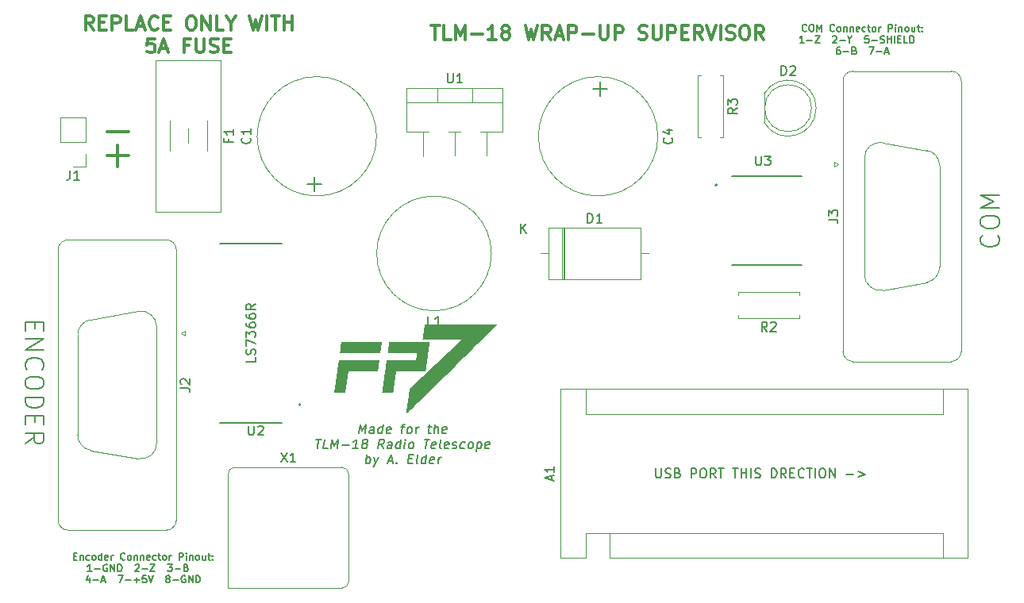
<source format=gbr>
%TF.GenerationSoftware,KiCad,Pcbnew,(6.0.5)*%
%TF.CreationDate,2022-08-25T10:58:41-04:00*%
%TF.ProjectId,TLM-18-Wrap-Up-Supervisor,544c4d2d-3138-42d5-9772-61702d55702d,A*%
%TF.SameCoordinates,Original*%
%TF.FileFunction,Legend,Top*%
%TF.FilePolarity,Positive*%
%FSLAX46Y46*%
G04 Gerber Fmt 4.6, Leading zero omitted, Abs format (unit mm)*
G04 Created by KiCad (PCBNEW (6.0.5)) date 2022-08-25 10:58:41*
%MOMM*%
%LPD*%
G01*
G04 APERTURE LIST*
%ADD10C,0.150000*%
%ADD11C,0.300000*%
%ADD12C,0.120000*%
%ADD13C,0.127000*%
%ADD14C,0.200000*%
G04 APERTURE END LIST*
D10*
X164233571Y-74752357D02*
X164197857Y-74788071D01*
X164090714Y-74823785D01*
X164019285Y-74823785D01*
X163912142Y-74788071D01*
X163840714Y-74716642D01*
X163805000Y-74645214D01*
X163769285Y-74502357D01*
X163769285Y-74395214D01*
X163805000Y-74252357D01*
X163840714Y-74180928D01*
X163912142Y-74109500D01*
X164019285Y-74073785D01*
X164090714Y-74073785D01*
X164197857Y-74109500D01*
X164233571Y-74145214D01*
X164697857Y-74073785D02*
X164840714Y-74073785D01*
X164912142Y-74109500D01*
X164983571Y-74180928D01*
X165019285Y-74323785D01*
X165019285Y-74573785D01*
X164983571Y-74716642D01*
X164912142Y-74788071D01*
X164840714Y-74823785D01*
X164697857Y-74823785D01*
X164626428Y-74788071D01*
X164555000Y-74716642D01*
X164519285Y-74573785D01*
X164519285Y-74323785D01*
X164555000Y-74180928D01*
X164626428Y-74109500D01*
X164697857Y-74073785D01*
X165340714Y-74823785D02*
X165340714Y-74073785D01*
X165590714Y-74609500D01*
X165840714Y-74073785D01*
X165840714Y-74823785D01*
X167197857Y-74752357D02*
X167162142Y-74788071D01*
X167055000Y-74823785D01*
X166983571Y-74823785D01*
X166876428Y-74788071D01*
X166805000Y-74716642D01*
X166769285Y-74645214D01*
X166733571Y-74502357D01*
X166733571Y-74395214D01*
X166769285Y-74252357D01*
X166805000Y-74180928D01*
X166876428Y-74109500D01*
X166983571Y-74073785D01*
X167055000Y-74073785D01*
X167162142Y-74109500D01*
X167197857Y-74145214D01*
X167626428Y-74823785D02*
X167555000Y-74788071D01*
X167519285Y-74752357D01*
X167483571Y-74680928D01*
X167483571Y-74466642D01*
X167519285Y-74395214D01*
X167555000Y-74359500D01*
X167626428Y-74323785D01*
X167733571Y-74323785D01*
X167805000Y-74359500D01*
X167840714Y-74395214D01*
X167876428Y-74466642D01*
X167876428Y-74680928D01*
X167840714Y-74752357D01*
X167805000Y-74788071D01*
X167733571Y-74823785D01*
X167626428Y-74823785D01*
X168197857Y-74323785D02*
X168197857Y-74823785D01*
X168197857Y-74395214D02*
X168233571Y-74359500D01*
X168305000Y-74323785D01*
X168412142Y-74323785D01*
X168483571Y-74359500D01*
X168519285Y-74430928D01*
X168519285Y-74823785D01*
X168876428Y-74323785D02*
X168876428Y-74823785D01*
X168876428Y-74395214D02*
X168912142Y-74359500D01*
X168983571Y-74323785D01*
X169090714Y-74323785D01*
X169162142Y-74359500D01*
X169197857Y-74430928D01*
X169197857Y-74823785D01*
X169840714Y-74788071D02*
X169769285Y-74823785D01*
X169626428Y-74823785D01*
X169555000Y-74788071D01*
X169519285Y-74716642D01*
X169519285Y-74430928D01*
X169555000Y-74359500D01*
X169626428Y-74323785D01*
X169769285Y-74323785D01*
X169840714Y-74359500D01*
X169876428Y-74430928D01*
X169876428Y-74502357D01*
X169519285Y-74573785D01*
X170519285Y-74788071D02*
X170447857Y-74823785D01*
X170305000Y-74823785D01*
X170233571Y-74788071D01*
X170197857Y-74752357D01*
X170162142Y-74680928D01*
X170162142Y-74466642D01*
X170197857Y-74395214D01*
X170233571Y-74359500D01*
X170305000Y-74323785D01*
X170447857Y-74323785D01*
X170519285Y-74359500D01*
X170733571Y-74323785D02*
X171019285Y-74323785D01*
X170840714Y-74073785D02*
X170840714Y-74716642D01*
X170876428Y-74788071D01*
X170947857Y-74823785D01*
X171019285Y-74823785D01*
X171376428Y-74823785D02*
X171305000Y-74788071D01*
X171269285Y-74752357D01*
X171233571Y-74680928D01*
X171233571Y-74466642D01*
X171269285Y-74395214D01*
X171305000Y-74359500D01*
X171376428Y-74323785D01*
X171483571Y-74323785D01*
X171555000Y-74359500D01*
X171590714Y-74395214D01*
X171626428Y-74466642D01*
X171626428Y-74680928D01*
X171590714Y-74752357D01*
X171555000Y-74788071D01*
X171483571Y-74823785D01*
X171376428Y-74823785D01*
X171947857Y-74823785D02*
X171947857Y-74323785D01*
X171947857Y-74466642D02*
X171983571Y-74395214D01*
X172019285Y-74359500D01*
X172090714Y-74323785D01*
X172162142Y-74323785D01*
X172983571Y-74823785D02*
X172983571Y-74073785D01*
X173269285Y-74073785D01*
X173340714Y-74109500D01*
X173376428Y-74145214D01*
X173412142Y-74216642D01*
X173412142Y-74323785D01*
X173376428Y-74395214D01*
X173340714Y-74430928D01*
X173269285Y-74466642D01*
X172983571Y-74466642D01*
X173733571Y-74823785D02*
X173733571Y-74323785D01*
X173733571Y-74073785D02*
X173697857Y-74109500D01*
X173733571Y-74145214D01*
X173769285Y-74109500D01*
X173733571Y-74073785D01*
X173733571Y-74145214D01*
X174090714Y-74323785D02*
X174090714Y-74823785D01*
X174090714Y-74395214D02*
X174126428Y-74359500D01*
X174197857Y-74323785D01*
X174305000Y-74323785D01*
X174376428Y-74359500D01*
X174412142Y-74430928D01*
X174412142Y-74823785D01*
X174876428Y-74823785D02*
X174805000Y-74788071D01*
X174769285Y-74752357D01*
X174733571Y-74680928D01*
X174733571Y-74466642D01*
X174769285Y-74395214D01*
X174805000Y-74359500D01*
X174876428Y-74323785D01*
X174983571Y-74323785D01*
X175055000Y-74359500D01*
X175090714Y-74395214D01*
X175126428Y-74466642D01*
X175126428Y-74680928D01*
X175090714Y-74752357D01*
X175055000Y-74788071D01*
X174983571Y-74823785D01*
X174876428Y-74823785D01*
X175769285Y-74323785D02*
X175769285Y-74823785D01*
X175447857Y-74323785D02*
X175447857Y-74716642D01*
X175483571Y-74788071D01*
X175555000Y-74823785D01*
X175662142Y-74823785D01*
X175733571Y-74788071D01*
X175769285Y-74752357D01*
X176019285Y-74323785D02*
X176305000Y-74323785D01*
X176126428Y-74073785D02*
X176126428Y-74716642D01*
X176162142Y-74788071D01*
X176233571Y-74823785D01*
X176305000Y-74823785D01*
X176555000Y-74752357D02*
X176590714Y-74788071D01*
X176555000Y-74823785D01*
X176519285Y-74788071D01*
X176555000Y-74752357D01*
X176555000Y-74823785D01*
X176555000Y-74359500D02*
X176590714Y-74395214D01*
X176555000Y-74430928D01*
X176519285Y-74395214D01*
X176555000Y-74359500D01*
X176555000Y-74430928D01*
X163947857Y-76031285D02*
X163519285Y-76031285D01*
X163733571Y-76031285D02*
X163733571Y-75281285D01*
X163662142Y-75388428D01*
X163590714Y-75459857D01*
X163519285Y-75495571D01*
X164269285Y-75745571D02*
X164840714Y-75745571D01*
X165126428Y-75281285D02*
X165626428Y-75281285D01*
X165126428Y-76031285D01*
X165626428Y-76031285D01*
X167019285Y-75352714D02*
X167055000Y-75317000D01*
X167126428Y-75281285D01*
X167305000Y-75281285D01*
X167376428Y-75317000D01*
X167412142Y-75352714D01*
X167447857Y-75424142D01*
X167447857Y-75495571D01*
X167412142Y-75602714D01*
X166983571Y-76031285D01*
X167447857Y-76031285D01*
X167769285Y-75745571D02*
X168340714Y-75745571D01*
X168840714Y-75674142D02*
X168840714Y-76031285D01*
X168590714Y-75281285D02*
X168840714Y-75674142D01*
X169090714Y-75281285D01*
X170840714Y-75281285D02*
X170483571Y-75281285D01*
X170447857Y-75638428D01*
X170483571Y-75602714D01*
X170555000Y-75567000D01*
X170733571Y-75567000D01*
X170805000Y-75602714D01*
X170840714Y-75638428D01*
X170876428Y-75709857D01*
X170876428Y-75888428D01*
X170840714Y-75959857D01*
X170805000Y-75995571D01*
X170733571Y-76031285D01*
X170555000Y-76031285D01*
X170483571Y-75995571D01*
X170447857Y-75959857D01*
X171197857Y-75745571D02*
X171769285Y-75745571D01*
X172090714Y-75995571D02*
X172197857Y-76031285D01*
X172376428Y-76031285D01*
X172447857Y-75995571D01*
X172483571Y-75959857D01*
X172519285Y-75888428D01*
X172519285Y-75817000D01*
X172483571Y-75745571D01*
X172447857Y-75709857D01*
X172376428Y-75674142D01*
X172233571Y-75638428D01*
X172162142Y-75602714D01*
X172126428Y-75567000D01*
X172090714Y-75495571D01*
X172090714Y-75424142D01*
X172126428Y-75352714D01*
X172162142Y-75317000D01*
X172233571Y-75281285D01*
X172412142Y-75281285D01*
X172519285Y-75317000D01*
X172840714Y-76031285D02*
X172840714Y-75281285D01*
X172840714Y-75638428D02*
X173269285Y-75638428D01*
X173269285Y-76031285D02*
X173269285Y-75281285D01*
X173626428Y-76031285D02*
X173626428Y-75281285D01*
X173983571Y-75638428D02*
X174233571Y-75638428D01*
X174340714Y-76031285D02*
X173983571Y-76031285D01*
X173983571Y-75281285D01*
X174340714Y-75281285D01*
X175019285Y-76031285D02*
X174662142Y-76031285D01*
X174662142Y-75281285D01*
X175269285Y-76031285D02*
X175269285Y-75281285D01*
X175447857Y-75281285D01*
X175555000Y-75317000D01*
X175626428Y-75388428D01*
X175662142Y-75459857D01*
X175697857Y-75602714D01*
X175697857Y-75709857D01*
X175662142Y-75852714D01*
X175626428Y-75924142D01*
X175555000Y-75995571D01*
X175447857Y-76031285D01*
X175269285Y-76031285D01*
X167769285Y-76488785D02*
X167626428Y-76488785D01*
X167555000Y-76524500D01*
X167519285Y-76560214D01*
X167447857Y-76667357D01*
X167412142Y-76810214D01*
X167412142Y-77095928D01*
X167447857Y-77167357D01*
X167483571Y-77203071D01*
X167555000Y-77238785D01*
X167697857Y-77238785D01*
X167769285Y-77203071D01*
X167805000Y-77167357D01*
X167840714Y-77095928D01*
X167840714Y-76917357D01*
X167805000Y-76845928D01*
X167769285Y-76810214D01*
X167697857Y-76774500D01*
X167555000Y-76774500D01*
X167483571Y-76810214D01*
X167447857Y-76845928D01*
X167412142Y-76917357D01*
X168162142Y-76953071D02*
X168733571Y-76953071D01*
X169340714Y-76845928D02*
X169447857Y-76881642D01*
X169483571Y-76917357D01*
X169519285Y-76988785D01*
X169519285Y-77095928D01*
X169483571Y-77167357D01*
X169447857Y-77203071D01*
X169376428Y-77238785D01*
X169090714Y-77238785D01*
X169090714Y-76488785D01*
X169340714Y-76488785D01*
X169412142Y-76524500D01*
X169447857Y-76560214D01*
X169483571Y-76631642D01*
X169483571Y-76703071D01*
X169447857Y-76774500D01*
X169412142Y-76810214D01*
X169340714Y-76845928D01*
X169090714Y-76845928D01*
X170912142Y-76488785D02*
X171412142Y-76488785D01*
X171090714Y-77238785D01*
X171697857Y-76953071D02*
X172269285Y-76953071D01*
X172590714Y-77024500D02*
X172947857Y-77024500D01*
X172519285Y-77238785D02*
X172769285Y-76488785D01*
X173019285Y-77238785D01*
X86061285Y-130818928D02*
X86311285Y-130818928D01*
X86418428Y-131211785D02*
X86061285Y-131211785D01*
X86061285Y-130461785D01*
X86418428Y-130461785D01*
X86739857Y-130711785D02*
X86739857Y-131211785D01*
X86739857Y-130783214D02*
X86775571Y-130747500D01*
X86847000Y-130711785D01*
X86954142Y-130711785D01*
X87025571Y-130747500D01*
X87061285Y-130818928D01*
X87061285Y-131211785D01*
X87739857Y-131176071D02*
X87668428Y-131211785D01*
X87525571Y-131211785D01*
X87454142Y-131176071D01*
X87418428Y-131140357D01*
X87382714Y-131068928D01*
X87382714Y-130854642D01*
X87418428Y-130783214D01*
X87454142Y-130747500D01*
X87525571Y-130711785D01*
X87668428Y-130711785D01*
X87739857Y-130747500D01*
X88168428Y-131211785D02*
X88097000Y-131176071D01*
X88061285Y-131140357D01*
X88025571Y-131068928D01*
X88025571Y-130854642D01*
X88061285Y-130783214D01*
X88097000Y-130747500D01*
X88168428Y-130711785D01*
X88275571Y-130711785D01*
X88347000Y-130747500D01*
X88382714Y-130783214D01*
X88418428Y-130854642D01*
X88418428Y-131068928D01*
X88382714Y-131140357D01*
X88347000Y-131176071D01*
X88275571Y-131211785D01*
X88168428Y-131211785D01*
X89061285Y-131211785D02*
X89061285Y-130461785D01*
X89061285Y-131176071D02*
X88989857Y-131211785D01*
X88847000Y-131211785D01*
X88775571Y-131176071D01*
X88739857Y-131140357D01*
X88704142Y-131068928D01*
X88704142Y-130854642D01*
X88739857Y-130783214D01*
X88775571Y-130747500D01*
X88847000Y-130711785D01*
X88989857Y-130711785D01*
X89061285Y-130747500D01*
X89704142Y-131176071D02*
X89632714Y-131211785D01*
X89489857Y-131211785D01*
X89418428Y-131176071D01*
X89382714Y-131104642D01*
X89382714Y-130818928D01*
X89418428Y-130747500D01*
X89489857Y-130711785D01*
X89632714Y-130711785D01*
X89704142Y-130747500D01*
X89739857Y-130818928D01*
X89739857Y-130890357D01*
X89382714Y-130961785D01*
X90061285Y-131211785D02*
X90061285Y-130711785D01*
X90061285Y-130854642D02*
X90097000Y-130783214D01*
X90132714Y-130747500D01*
X90204142Y-130711785D01*
X90275571Y-130711785D01*
X91525571Y-131140357D02*
X91489857Y-131176071D01*
X91382714Y-131211785D01*
X91311285Y-131211785D01*
X91204142Y-131176071D01*
X91132714Y-131104642D01*
X91097000Y-131033214D01*
X91061285Y-130890357D01*
X91061285Y-130783214D01*
X91097000Y-130640357D01*
X91132714Y-130568928D01*
X91204142Y-130497500D01*
X91311285Y-130461785D01*
X91382714Y-130461785D01*
X91489857Y-130497500D01*
X91525571Y-130533214D01*
X91954142Y-131211785D02*
X91882714Y-131176071D01*
X91847000Y-131140357D01*
X91811285Y-131068928D01*
X91811285Y-130854642D01*
X91847000Y-130783214D01*
X91882714Y-130747500D01*
X91954142Y-130711785D01*
X92061285Y-130711785D01*
X92132714Y-130747500D01*
X92168428Y-130783214D01*
X92204142Y-130854642D01*
X92204142Y-131068928D01*
X92168428Y-131140357D01*
X92132714Y-131176071D01*
X92061285Y-131211785D01*
X91954142Y-131211785D01*
X92525571Y-130711785D02*
X92525571Y-131211785D01*
X92525571Y-130783214D02*
X92561285Y-130747500D01*
X92632714Y-130711785D01*
X92739857Y-130711785D01*
X92811285Y-130747500D01*
X92847000Y-130818928D01*
X92847000Y-131211785D01*
X93204142Y-130711785D02*
X93204142Y-131211785D01*
X93204142Y-130783214D02*
X93239857Y-130747500D01*
X93311285Y-130711785D01*
X93418428Y-130711785D01*
X93489857Y-130747500D01*
X93525571Y-130818928D01*
X93525571Y-131211785D01*
X94168428Y-131176071D02*
X94097000Y-131211785D01*
X93954142Y-131211785D01*
X93882714Y-131176071D01*
X93847000Y-131104642D01*
X93847000Y-130818928D01*
X93882714Y-130747500D01*
X93954142Y-130711785D01*
X94097000Y-130711785D01*
X94168428Y-130747500D01*
X94204142Y-130818928D01*
X94204142Y-130890357D01*
X93847000Y-130961785D01*
X94847000Y-131176071D02*
X94775571Y-131211785D01*
X94632714Y-131211785D01*
X94561285Y-131176071D01*
X94525571Y-131140357D01*
X94489857Y-131068928D01*
X94489857Y-130854642D01*
X94525571Y-130783214D01*
X94561285Y-130747500D01*
X94632714Y-130711785D01*
X94775571Y-130711785D01*
X94847000Y-130747500D01*
X95061285Y-130711785D02*
X95347000Y-130711785D01*
X95168428Y-130461785D02*
X95168428Y-131104642D01*
X95204142Y-131176071D01*
X95275571Y-131211785D01*
X95347000Y-131211785D01*
X95704142Y-131211785D02*
X95632714Y-131176071D01*
X95597000Y-131140357D01*
X95561285Y-131068928D01*
X95561285Y-130854642D01*
X95597000Y-130783214D01*
X95632714Y-130747500D01*
X95704142Y-130711785D01*
X95811285Y-130711785D01*
X95882714Y-130747500D01*
X95918428Y-130783214D01*
X95954142Y-130854642D01*
X95954142Y-131068928D01*
X95918428Y-131140357D01*
X95882714Y-131176071D01*
X95811285Y-131211785D01*
X95704142Y-131211785D01*
X96275571Y-131211785D02*
X96275571Y-130711785D01*
X96275571Y-130854642D02*
X96311285Y-130783214D01*
X96347000Y-130747500D01*
X96418428Y-130711785D01*
X96489857Y-130711785D01*
X97311285Y-131211785D02*
X97311285Y-130461785D01*
X97597000Y-130461785D01*
X97668428Y-130497500D01*
X97704142Y-130533214D01*
X97739857Y-130604642D01*
X97739857Y-130711785D01*
X97704142Y-130783214D01*
X97668428Y-130818928D01*
X97597000Y-130854642D01*
X97311285Y-130854642D01*
X98061285Y-131211785D02*
X98061285Y-130711785D01*
X98061285Y-130461785D02*
X98025571Y-130497500D01*
X98061285Y-130533214D01*
X98097000Y-130497500D01*
X98061285Y-130461785D01*
X98061285Y-130533214D01*
X98418428Y-130711785D02*
X98418428Y-131211785D01*
X98418428Y-130783214D02*
X98454142Y-130747500D01*
X98525571Y-130711785D01*
X98632714Y-130711785D01*
X98704142Y-130747500D01*
X98739857Y-130818928D01*
X98739857Y-131211785D01*
X99204142Y-131211785D02*
X99132714Y-131176071D01*
X99097000Y-131140357D01*
X99061285Y-131068928D01*
X99061285Y-130854642D01*
X99097000Y-130783214D01*
X99132714Y-130747500D01*
X99204142Y-130711785D01*
X99311285Y-130711785D01*
X99382714Y-130747500D01*
X99418428Y-130783214D01*
X99454142Y-130854642D01*
X99454142Y-131068928D01*
X99418428Y-131140357D01*
X99382714Y-131176071D01*
X99311285Y-131211785D01*
X99204142Y-131211785D01*
X100097000Y-130711785D02*
X100097000Y-131211785D01*
X99775571Y-130711785D02*
X99775571Y-131104642D01*
X99811285Y-131176071D01*
X99882714Y-131211785D01*
X99989857Y-131211785D01*
X100061285Y-131176071D01*
X100097000Y-131140357D01*
X100347000Y-130711785D02*
X100632714Y-130711785D01*
X100454142Y-130461785D02*
X100454142Y-131104642D01*
X100489857Y-131176071D01*
X100561285Y-131211785D01*
X100632714Y-131211785D01*
X100882714Y-131140357D02*
X100918428Y-131176071D01*
X100882714Y-131211785D01*
X100847000Y-131176071D01*
X100882714Y-131140357D01*
X100882714Y-131211785D01*
X100882714Y-130747500D02*
X100918428Y-130783214D01*
X100882714Y-130818928D01*
X100847000Y-130783214D01*
X100882714Y-130747500D01*
X100882714Y-130818928D01*
X87989857Y-132419285D02*
X87561285Y-132419285D01*
X87775571Y-132419285D02*
X87775571Y-131669285D01*
X87704142Y-131776428D01*
X87632714Y-131847857D01*
X87561285Y-131883571D01*
X88311285Y-132133571D02*
X88882714Y-132133571D01*
X89632714Y-131705000D02*
X89561285Y-131669285D01*
X89454142Y-131669285D01*
X89347000Y-131705000D01*
X89275571Y-131776428D01*
X89239857Y-131847857D01*
X89204142Y-131990714D01*
X89204142Y-132097857D01*
X89239857Y-132240714D01*
X89275571Y-132312142D01*
X89347000Y-132383571D01*
X89454142Y-132419285D01*
X89525571Y-132419285D01*
X89632714Y-132383571D01*
X89668428Y-132347857D01*
X89668428Y-132097857D01*
X89525571Y-132097857D01*
X89989857Y-132419285D02*
X89989857Y-131669285D01*
X90418428Y-132419285D01*
X90418428Y-131669285D01*
X90775571Y-132419285D02*
X90775571Y-131669285D01*
X90954142Y-131669285D01*
X91061285Y-131705000D01*
X91132714Y-131776428D01*
X91168428Y-131847857D01*
X91204142Y-131990714D01*
X91204142Y-132097857D01*
X91168428Y-132240714D01*
X91132714Y-132312142D01*
X91061285Y-132383571D01*
X90954142Y-132419285D01*
X90775571Y-132419285D01*
X92632714Y-131740714D02*
X92668428Y-131705000D01*
X92739857Y-131669285D01*
X92918428Y-131669285D01*
X92989857Y-131705000D01*
X93025571Y-131740714D01*
X93061285Y-131812142D01*
X93061285Y-131883571D01*
X93025571Y-131990714D01*
X92597000Y-132419285D01*
X93061285Y-132419285D01*
X93382714Y-132133571D02*
X93954142Y-132133571D01*
X94239857Y-131669285D02*
X94739857Y-131669285D01*
X94239857Y-132419285D01*
X94739857Y-132419285D01*
X96097000Y-131669285D02*
X96561285Y-131669285D01*
X96311285Y-131955000D01*
X96418428Y-131955000D01*
X96489857Y-131990714D01*
X96525571Y-132026428D01*
X96561285Y-132097857D01*
X96561285Y-132276428D01*
X96525571Y-132347857D01*
X96489857Y-132383571D01*
X96418428Y-132419285D01*
X96204142Y-132419285D01*
X96132714Y-132383571D01*
X96097000Y-132347857D01*
X96882714Y-132133571D02*
X97454142Y-132133571D01*
X98061285Y-132026428D02*
X98168428Y-132062142D01*
X98204142Y-132097857D01*
X98239857Y-132169285D01*
X98239857Y-132276428D01*
X98204142Y-132347857D01*
X98168428Y-132383571D01*
X98097000Y-132419285D01*
X97811285Y-132419285D01*
X97811285Y-131669285D01*
X98061285Y-131669285D01*
X98132714Y-131705000D01*
X98168428Y-131740714D01*
X98204142Y-131812142D01*
X98204142Y-131883571D01*
X98168428Y-131955000D01*
X98132714Y-131990714D01*
X98061285Y-132026428D01*
X97811285Y-132026428D01*
X87757714Y-133126785D02*
X87757714Y-133626785D01*
X87579142Y-132841071D02*
X87400571Y-133376785D01*
X87864857Y-133376785D01*
X88150571Y-133341071D02*
X88722000Y-133341071D01*
X89043428Y-133412500D02*
X89400571Y-133412500D01*
X88972000Y-133626785D02*
X89222000Y-132876785D01*
X89472000Y-133626785D01*
X90793428Y-132876785D02*
X91293428Y-132876785D01*
X90972000Y-133626785D01*
X91579142Y-133341071D02*
X92150571Y-133341071D01*
X92507714Y-133341071D02*
X93079142Y-133341071D01*
X92793428Y-133626785D02*
X92793428Y-133055357D01*
X93793428Y-132876785D02*
X93436285Y-132876785D01*
X93400571Y-133233928D01*
X93436285Y-133198214D01*
X93507714Y-133162500D01*
X93686285Y-133162500D01*
X93757714Y-133198214D01*
X93793428Y-133233928D01*
X93829142Y-133305357D01*
X93829142Y-133483928D01*
X93793428Y-133555357D01*
X93757714Y-133591071D01*
X93686285Y-133626785D01*
X93507714Y-133626785D01*
X93436285Y-133591071D01*
X93400571Y-133555357D01*
X94043428Y-132876785D02*
X94293428Y-133626785D01*
X94543428Y-132876785D01*
X96043428Y-133198214D02*
X95972000Y-133162500D01*
X95936285Y-133126785D01*
X95900571Y-133055357D01*
X95900571Y-133019642D01*
X95936285Y-132948214D01*
X95972000Y-132912500D01*
X96043428Y-132876785D01*
X96186285Y-132876785D01*
X96257714Y-132912500D01*
X96293428Y-132948214D01*
X96329142Y-133019642D01*
X96329142Y-133055357D01*
X96293428Y-133126785D01*
X96257714Y-133162500D01*
X96186285Y-133198214D01*
X96043428Y-133198214D01*
X95972000Y-133233928D01*
X95936285Y-133269642D01*
X95900571Y-133341071D01*
X95900571Y-133483928D01*
X95936285Y-133555357D01*
X95972000Y-133591071D01*
X96043428Y-133626785D01*
X96186285Y-133626785D01*
X96257714Y-133591071D01*
X96293428Y-133555357D01*
X96329142Y-133483928D01*
X96329142Y-133341071D01*
X96293428Y-133269642D01*
X96257714Y-133233928D01*
X96186285Y-133198214D01*
X96650571Y-133341071D02*
X97222000Y-133341071D01*
X97972000Y-132912500D02*
X97900571Y-132876785D01*
X97793428Y-132876785D01*
X97686285Y-132912500D01*
X97614857Y-132983928D01*
X97579142Y-133055357D01*
X97543428Y-133198214D01*
X97543428Y-133305357D01*
X97579142Y-133448214D01*
X97614857Y-133519642D01*
X97686285Y-133591071D01*
X97793428Y-133626785D01*
X97864857Y-133626785D01*
X97972000Y-133591071D01*
X98007714Y-133555357D01*
X98007714Y-133305357D01*
X97864857Y-133305357D01*
X98329142Y-133626785D02*
X98329142Y-132876785D01*
X98757714Y-133626785D01*
X98757714Y-132876785D01*
X99114857Y-133626785D02*
X99114857Y-132876785D01*
X99293428Y-132876785D01*
X99400571Y-132912500D01*
X99472000Y-132983928D01*
X99507714Y-133055357D01*
X99543428Y-133198214D01*
X99543428Y-133305357D01*
X99507714Y-133448214D01*
X99472000Y-133519642D01*
X99400571Y-133591071D01*
X99293428Y-133626785D01*
X99114857Y-133626785D01*
X81930857Y-105839428D02*
X81930857Y-106506095D01*
X80883238Y-106791809D02*
X80883238Y-105839428D01*
X82883238Y-105839428D01*
X82883238Y-106791809D01*
X80883238Y-107648952D02*
X82883238Y-107648952D01*
X80883238Y-108791809D01*
X82883238Y-108791809D01*
X81073714Y-110887047D02*
X80978476Y-110791809D01*
X80883238Y-110506095D01*
X80883238Y-110315619D01*
X80978476Y-110029904D01*
X81168952Y-109839428D01*
X81359428Y-109744190D01*
X81740380Y-109648952D01*
X82026095Y-109648952D01*
X82407047Y-109744190D01*
X82597523Y-109839428D01*
X82788000Y-110029904D01*
X82883238Y-110315619D01*
X82883238Y-110506095D01*
X82788000Y-110791809D01*
X82692761Y-110887047D01*
X82883238Y-112125142D02*
X82883238Y-112506095D01*
X82788000Y-112696571D01*
X82597523Y-112887047D01*
X82216571Y-112982285D01*
X81549904Y-112982285D01*
X81168952Y-112887047D01*
X80978476Y-112696571D01*
X80883238Y-112506095D01*
X80883238Y-112125142D01*
X80978476Y-111934666D01*
X81168952Y-111744190D01*
X81549904Y-111648952D01*
X82216571Y-111648952D01*
X82597523Y-111744190D01*
X82788000Y-111934666D01*
X82883238Y-112125142D01*
X80883238Y-113839428D02*
X82883238Y-113839428D01*
X82883238Y-114315619D01*
X82788000Y-114601333D01*
X82597523Y-114791809D01*
X82407047Y-114887047D01*
X82026095Y-114982285D01*
X81740380Y-114982285D01*
X81359428Y-114887047D01*
X81168952Y-114791809D01*
X80978476Y-114601333D01*
X80883238Y-114315619D01*
X80883238Y-113839428D01*
X81930857Y-115839428D02*
X81930857Y-116506095D01*
X80883238Y-116791809D02*
X80883238Y-115839428D01*
X82883238Y-115839428D01*
X82883238Y-116791809D01*
X80883238Y-118791809D02*
X81835619Y-118125142D01*
X80883238Y-117648952D02*
X82883238Y-117648952D01*
X82883238Y-118410857D01*
X82788000Y-118601333D01*
X82692761Y-118696571D01*
X82502285Y-118791809D01*
X82216571Y-118791809D01*
X82026095Y-118696571D01*
X81930857Y-118601333D01*
X81835619Y-118410857D01*
X81835619Y-117648952D01*
X184610285Y-96567428D02*
X184705523Y-96662666D01*
X184800761Y-96948380D01*
X184800761Y-97138857D01*
X184705523Y-97424571D01*
X184515047Y-97615047D01*
X184324571Y-97710285D01*
X183943619Y-97805523D01*
X183657904Y-97805523D01*
X183276952Y-97710285D01*
X183086476Y-97615047D01*
X182896000Y-97424571D01*
X182800761Y-97138857D01*
X182800761Y-96948380D01*
X182896000Y-96662666D01*
X182991238Y-96567428D01*
X182800761Y-95329333D02*
X182800761Y-94948380D01*
X182896000Y-94757904D01*
X183086476Y-94567428D01*
X183467428Y-94472190D01*
X184134095Y-94472190D01*
X184515047Y-94567428D01*
X184705523Y-94757904D01*
X184800761Y-94948380D01*
X184800761Y-95329333D01*
X184705523Y-95519809D01*
X184515047Y-95710285D01*
X184134095Y-95805523D01*
X183467428Y-95805523D01*
X183086476Y-95710285D01*
X182896000Y-95519809D01*
X182800761Y-95329333D01*
X184800761Y-93615047D02*
X182800761Y-93615047D01*
X184229333Y-92948380D01*
X182800761Y-92281714D01*
X184800761Y-92281714D01*
X141478095Y-80914857D02*
X143001904Y-80914857D01*
X142240000Y-81676761D02*
X142240000Y-80152952D01*
X110998095Y-91074857D02*
X112521904Y-91074857D01*
X111760000Y-91836761D02*
X111760000Y-90312952D01*
D11*
X91882857Y-88094285D02*
X89597142Y-88094285D01*
X90740000Y-89237142D02*
X90740000Y-86951428D01*
D10*
X148153333Y-121452380D02*
X148153333Y-122261904D01*
X148200952Y-122357142D01*
X148248571Y-122404761D01*
X148343809Y-122452380D01*
X148534285Y-122452380D01*
X148629523Y-122404761D01*
X148677142Y-122357142D01*
X148724761Y-122261904D01*
X148724761Y-121452380D01*
X149153333Y-122404761D02*
X149296190Y-122452380D01*
X149534285Y-122452380D01*
X149629523Y-122404761D01*
X149677142Y-122357142D01*
X149724761Y-122261904D01*
X149724761Y-122166666D01*
X149677142Y-122071428D01*
X149629523Y-122023809D01*
X149534285Y-121976190D01*
X149343809Y-121928571D01*
X149248571Y-121880952D01*
X149200952Y-121833333D01*
X149153333Y-121738095D01*
X149153333Y-121642857D01*
X149200952Y-121547619D01*
X149248571Y-121500000D01*
X149343809Y-121452380D01*
X149581904Y-121452380D01*
X149724761Y-121500000D01*
X150486666Y-121928571D02*
X150629523Y-121976190D01*
X150677142Y-122023809D01*
X150724761Y-122119047D01*
X150724761Y-122261904D01*
X150677142Y-122357142D01*
X150629523Y-122404761D01*
X150534285Y-122452380D01*
X150153333Y-122452380D01*
X150153333Y-121452380D01*
X150486666Y-121452380D01*
X150581904Y-121500000D01*
X150629523Y-121547619D01*
X150677142Y-121642857D01*
X150677142Y-121738095D01*
X150629523Y-121833333D01*
X150581904Y-121880952D01*
X150486666Y-121928571D01*
X150153333Y-121928571D01*
X151915238Y-122452380D02*
X151915238Y-121452380D01*
X152296190Y-121452380D01*
X152391428Y-121500000D01*
X152439047Y-121547619D01*
X152486666Y-121642857D01*
X152486666Y-121785714D01*
X152439047Y-121880952D01*
X152391428Y-121928571D01*
X152296190Y-121976190D01*
X151915238Y-121976190D01*
X153105714Y-121452380D02*
X153296190Y-121452380D01*
X153391428Y-121500000D01*
X153486666Y-121595238D01*
X153534285Y-121785714D01*
X153534285Y-122119047D01*
X153486666Y-122309523D01*
X153391428Y-122404761D01*
X153296190Y-122452380D01*
X153105714Y-122452380D01*
X153010476Y-122404761D01*
X152915238Y-122309523D01*
X152867619Y-122119047D01*
X152867619Y-121785714D01*
X152915238Y-121595238D01*
X153010476Y-121500000D01*
X153105714Y-121452380D01*
X154534285Y-122452380D02*
X154200952Y-121976190D01*
X153962857Y-122452380D02*
X153962857Y-121452380D01*
X154343809Y-121452380D01*
X154439047Y-121500000D01*
X154486666Y-121547619D01*
X154534285Y-121642857D01*
X154534285Y-121785714D01*
X154486666Y-121880952D01*
X154439047Y-121928571D01*
X154343809Y-121976190D01*
X153962857Y-121976190D01*
X154820000Y-121452380D02*
X155391428Y-121452380D01*
X155105714Y-122452380D02*
X155105714Y-121452380D01*
X156343809Y-121452380D02*
X156915238Y-121452380D01*
X156629523Y-122452380D02*
X156629523Y-121452380D01*
X157248571Y-122452380D02*
X157248571Y-121452380D01*
X157248571Y-121928571D02*
X157820000Y-121928571D01*
X157820000Y-122452380D02*
X157820000Y-121452380D01*
X158296190Y-122452380D02*
X158296190Y-121452380D01*
X158724761Y-122404761D02*
X158867619Y-122452380D01*
X159105714Y-122452380D01*
X159200952Y-122404761D01*
X159248571Y-122357142D01*
X159296190Y-122261904D01*
X159296190Y-122166666D01*
X159248571Y-122071428D01*
X159200952Y-122023809D01*
X159105714Y-121976190D01*
X158915238Y-121928571D01*
X158820000Y-121880952D01*
X158772380Y-121833333D01*
X158724761Y-121738095D01*
X158724761Y-121642857D01*
X158772380Y-121547619D01*
X158820000Y-121500000D01*
X158915238Y-121452380D01*
X159153333Y-121452380D01*
X159296190Y-121500000D01*
X160486666Y-122452380D02*
X160486666Y-121452380D01*
X160724761Y-121452380D01*
X160867619Y-121500000D01*
X160962857Y-121595238D01*
X161010476Y-121690476D01*
X161058095Y-121880952D01*
X161058095Y-122023809D01*
X161010476Y-122214285D01*
X160962857Y-122309523D01*
X160867619Y-122404761D01*
X160724761Y-122452380D01*
X160486666Y-122452380D01*
X162058095Y-122452380D02*
X161724761Y-121976190D01*
X161486666Y-122452380D02*
X161486666Y-121452380D01*
X161867619Y-121452380D01*
X161962857Y-121500000D01*
X162010476Y-121547619D01*
X162058095Y-121642857D01*
X162058095Y-121785714D01*
X162010476Y-121880952D01*
X161962857Y-121928571D01*
X161867619Y-121976190D01*
X161486666Y-121976190D01*
X162486666Y-121928571D02*
X162820000Y-121928571D01*
X162962857Y-122452380D02*
X162486666Y-122452380D01*
X162486666Y-121452380D01*
X162962857Y-121452380D01*
X163962857Y-122357142D02*
X163915238Y-122404761D01*
X163772380Y-122452380D01*
X163677142Y-122452380D01*
X163534285Y-122404761D01*
X163439047Y-122309523D01*
X163391428Y-122214285D01*
X163343809Y-122023809D01*
X163343809Y-121880952D01*
X163391428Y-121690476D01*
X163439047Y-121595238D01*
X163534285Y-121500000D01*
X163677142Y-121452380D01*
X163772380Y-121452380D01*
X163915238Y-121500000D01*
X163962857Y-121547619D01*
X164248571Y-121452380D02*
X164820000Y-121452380D01*
X164534285Y-122452380D02*
X164534285Y-121452380D01*
X165153333Y-122452380D02*
X165153333Y-121452380D01*
X165820000Y-121452380D02*
X166010476Y-121452380D01*
X166105714Y-121500000D01*
X166200952Y-121595238D01*
X166248571Y-121785714D01*
X166248571Y-122119047D01*
X166200952Y-122309523D01*
X166105714Y-122404761D01*
X166010476Y-122452380D01*
X165820000Y-122452380D01*
X165724761Y-122404761D01*
X165629523Y-122309523D01*
X165581904Y-122119047D01*
X165581904Y-121785714D01*
X165629523Y-121595238D01*
X165724761Y-121500000D01*
X165820000Y-121452380D01*
X166677142Y-122452380D02*
X166677142Y-121452380D01*
X167248571Y-122452380D01*
X167248571Y-121452380D01*
X168486666Y-122071428D02*
X169248571Y-122071428D01*
X169724761Y-121785714D02*
X170486666Y-122071428D01*
X169724761Y-122357142D01*
D11*
X91882857Y-85554285D02*
X89597142Y-85554285D01*
D10*
X116482470Y-117714380D02*
X116607470Y-116714380D01*
X116851517Y-117428666D01*
X117274136Y-116714380D01*
X117149136Y-117714380D01*
X118053898Y-117714380D02*
X118119375Y-117190571D01*
X118083660Y-117095333D01*
X117994375Y-117047714D01*
X117803898Y-117047714D01*
X117702708Y-117095333D01*
X118059851Y-117666761D02*
X117958660Y-117714380D01*
X117720565Y-117714380D01*
X117631279Y-117666761D01*
X117595565Y-117571523D01*
X117607470Y-117476285D01*
X117666994Y-117381047D01*
X117768184Y-117333428D01*
X118006279Y-117333428D01*
X118107470Y-117285809D01*
X118958660Y-117714380D02*
X119083660Y-116714380D01*
X118964613Y-117666761D02*
X118863422Y-117714380D01*
X118672946Y-117714380D01*
X118583660Y-117666761D01*
X118541994Y-117619142D01*
X118506279Y-117523904D01*
X118541994Y-117238190D01*
X118601517Y-117142952D01*
X118655089Y-117095333D01*
X118756279Y-117047714D01*
X118946755Y-117047714D01*
X119036041Y-117095333D01*
X119821755Y-117666761D02*
X119720565Y-117714380D01*
X119530089Y-117714380D01*
X119440803Y-117666761D01*
X119405089Y-117571523D01*
X119452708Y-117190571D01*
X119512232Y-117095333D01*
X119613422Y-117047714D01*
X119803898Y-117047714D01*
X119893184Y-117095333D01*
X119928898Y-117190571D01*
X119916994Y-117285809D01*
X119428898Y-117381047D01*
X120994375Y-117047714D02*
X121375327Y-117047714D01*
X121053898Y-117714380D02*
X121161041Y-116857238D01*
X121220565Y-116762000D01*
X121321755Y-116714380D01*
X121416994Y-116714380D01*
X121768184Y-117714380D02*
X121678898Y-117666761D01*
X121637232Y-117619142D01*
X121601517Y-117523904D01*
X121637232Y-117238190D01*
X121696755Y-117142952D01*
X121750327Y-117095333D01*
X121851517Y-117047714D01*
X121994374Y-117047714D01*
X122083660Y-117095333D01*
X122125327Y-117142952D01*
X122161041Y-117238190D01*
X122125327Y-117523904D01*
X122065803Y-117619142D01*
X122012232Y-117666761D01*
X121911041Y-117714380D01*
X121768184Y-117714380D01*
X122530089Y-117714380D02*
X122613422Y-117047714D01*
X122589613Y-117238190D02*
X122649136Y-117142952D01*
X122702708Y-117095333D01*
X122803898Y-117047714D01*
X122899136Y-117047714D01*
X123851517Y-117047714D02*
X124232470Y-117047714D01*
X124036041Y-116714380D02*
X123928898Y-117571523D01*
X123964613Y-117666761D01*
X124053898Y-117714380D01*
X124149136Y-117714380D01*
X124482470Y-117714380D02*
X124607470Y-116714380D01*
X124911041Y-117714380D02*
X124976517Y-117190571D01*
X124940803Y-117095333D01*
X124851517Y-117047714D01*
X124708660Y-117047714D01*
X124607470Y-117095333D01*
X124553898Y-117142952D01*
X125774136Y-117666761D02*
X125672946Y-117714380D01*
X125482470Y-117714380D01*
X125393184Y-117666761D01*
X125357470Y-117571523D01*
X125405089Y-117190571D01*
X125464613Y-117095333D01*
X125565803Y-117047714D01*
X125756279Y-117047714D01*
X125845565Y-117095333D01*
X125881279Y-117190571D01*
X125869375Y-117285809D01*
X125381279Y-117381047D01*
X111893184Y-118324380D02*
X112464613Y-118324380D01*
X112053898Y-119324380D02*
X112178898Y-118324380D01*
X113149136Y-119324380D02*
X112672946Y-119324380D01*
X112797946Y-118324380D01*
X113482470Y-119324380D02*
X113607470Y-118324380D01*
X113851517Y-119038666D01*
X114274136Y-118324380D01*
X114149136Y-119324380D01*
X114672946Y-118943428D02*
X115434851Y-118943428D01*
X116387232Y-119324380D02*
X115815803Y-119324380D01*
X116101517Y-119324380D02*
X116226517Y-118324380D01*
X116113422Y-118467238D01*
X116006279Y-118562476D01*
X115905089Y-118610095D01*
X117030089Y-118752952D02*
X116940803Y-118705333D01*
X116899136Y-118657714D01*
X116863422Y-118562476D01*
X116869375Y-118514857D01*
X116928898Y-118419619D01*
X116982470Y-118372000D01*
X117083660Y-118324380D01*
X117274136Y-118324380D01*
X117363422Y-118372000D01*
X117405089Y-118419619D01*
X117440803Y-118514857D01*
X117434851Y-118562476D01*
X117375327Y-118657714D01*
X117321755Y-118705333D01*
X117220565Y-118752952D01*
X117030089Y-118752952D01*
X116928898Y-118800571D01*
X116875327Y-118848190D01*
X116815803Y-118943428D01*
X116791994Y-119133904D01*
X116827708Y-119229142D01*
X116869375Y-119276761D01*
X116958660Y-119324380D01*
X117149136Y-119324380D01*
X117250327Y-119276761D01*
X117303898Y-119229142D01*
X117363422Y-119133904D01*
X117387232Y-118943428D01*
X117351517Y-118848190D01*
X117309851Y-118800571D01*
X117220565Y-118752952D01*
X119101517Y-119324380D02*
X118827708Y-118848190D01*
X118530089Y-119324380D02*
X118655089Y-118324380D01*
X119036041Y-118324380D01*
X119125327Y-118372000D01*
X119166994Y-118419619D01*
X119202708Y-118514857D01*
X119184851Y-118657714D01*
X119125327Y-118752952D01*
X119071755Y-118800571D01*
X118970565Y-118848190D01*
X118589613Y-118848190D01*
X119958660Y-119324380D02*
X120024136Y-118800571D01*
X119988422Y-118705333D01*
X119899136Y-118657714D01*
X119708660Y-118657714D01*
X119607470Y-118705333D01*
X119964613Y-119276761D02*
X119863422Y-119324380D01*
X119625327Y-119324380D01*
X119536041Y-119276761D01*
X119500327Y-119181523D01*
X119512232Y-119086285D01*
X119571755Y-118991047D01*
X119672946Y-118943428D01*
X119911041Y-118943428D01*
X120012232Y-118895809D01*
X120863422Y-119324380D02*
X120988422Y-118324380D01*
X120869375Y-119276761D02*
X120768184Y-119324380D01*
X120577708Y-119324380D01*
X120488422Y-119276761D01*
X120446755Y-119229142D01*
X120411041Y-119133904D01*
X120446755Y-118848190D01*
X120506279Y-118752952D01*
X120559851Y-118705333D01*
X120661041Y-118657714D01*
X120851517Y-118657714D01*
X120940803Y-118705333D01*
X121339613Y-119324380D02*
X121422946Y-118657714D01*
X121464613Y-118324380D02*
X121411041Y-118372000D01*
X121452708Y-118419619D01*
X121506279Y-118372000D01*
X121464613Y-118324380D01*
X121452708Y-118419619D01*
X121958660Y-119324380D02*
X121869375Y-119276761D01*
X121827708Y-119229142D01*
X121791994Y-119133904D01*
X121827708Y-118848190D01*
X121887232Y-118752952D01*
X121940803Y-118705333D01*
X122041994Y-118657714D01*
X122184851Y-118657714D01*
X122274136Y-118705333D01*
X122315803Y-118752952D01*
X122351517Y-118848190D01*
X122315803Y-119133904D01*
X122256279Y-119229142D01*
X122202708Y-119276761D01*
X122101517Y-119324380D01*
X121958660Y-119324380D01*
X123464613Y-118324380D02*
X124036041Y-118324380D01*
X123625327Y-119324380D02*
X123750327Y-118324380D01*
X124631279Y-119276761D02*
X124530089Y-119324380D01*
X124339613Y-119324380D01*
X124250327Y-119276761D01*
X124214613Y-119181523D01*
X124262232Y-118800571D01*
X124321755Y-118705333D01*
X124422946Y-118657714D01*
X124613422Y-118657714D01*
X124702708Y-118705333D01*
X124738422Y-118800571D01*
X124726517Y-118895809D01*
X124238422Y-118991047D01*
X125244375Y-119324380D02*
X125155089Y-119276761D01*
X125119375Y-119181523D01*
X125226517Y-118324380D01*
X126012232Y-119276761D02*
X125911041Y-119324380D01*
X125720565Y-119324380D01*
X125631279Y-119276761D01*
X125595565Y-119181523D01*
X125643184Y-118800571D01*
X125702708Y-118705333D01*
X125803898Y-118657714D01*
X125994375Y-118657714D01*
X126083660Y-118705333D01*
X126119375Y-118800571D01*
X126107470Y-118895809D01*
X125619375Y-118991047D01*
X126440803Y-119276761D02*
X126530089Y-119324380D01*
X126720565Y-119324380D01*
X126821755Y-119276761D01*
X126881279Y-119181523D01*
X126887232Y-119133904D01*
X126851517Y-119038666D01*
X126762232Y-118991047D01*
X126619375Y-118991047D01*
X126530089Y-118943428D01*
X126494375Y-118848190D01*
X126500327Y-118800571D01*
X126559851Y-118705333D01*
X126661041Y-118657714D01*
X126803898Y-118657714D01*
X126893184Y-118705333D01*
X127726517Y-119276761D02*
X127625327Y-119324380D01*
X127434851Y-119324380D01*
X127345565Y-119276761D01*
X127303898Y-119229142D01*
X127268184Y-119133904D01*
X127303898Y-118848190D01*
X127363422Y-118752952D01*
X127416994Y-118705333D01*
X127518184Y-118657714D01*
X127708660Y-118657714D01*
X127797946Y-118705333D01*
X128291994Y-119324380D02*
X128202708Y-119276761D01*
X128161041Y-119229142D01*
X128125327Y-119133904D01*
X128161041Y-118848190D01*
X128220565Y-118752952D01*
X128274136Y-118705333D01*
X128375327Y-118657714D01*
X128518184Y-118657714D01*
X128607470Y-118705333D01*
X128649136Y-118752952D01*
X128684851Y-118848190D01*
X128649136Y-119133904D01*
X128589613Y-119229142D01*
X128536041Y-119276761D01*
X128434851Y-119324380D01*
X128291994Y-119324380D01*
X129137232Y-118657714D02*
X129012232Y-119657714D01*
X129131279Y-118705333D02*
X129232470Y-118657714D01*
X129422946Y-118657714D01*
X129512232Y-118705333D01*
X129553898Y-118752952D01*
X129589613Y-118848190D01*
X129553898Y-119133904D01*
X129494375Y-119229142D01*
X129440803Y-119276761D01*
X129339613Y-119324380D01*
X129149136Y-119324380D01*
X129059851Y-119276761D01*
X130345565Y-119276761D02*
X130244374Y-119324380D01*
X130053898Y-119324380D01*
X129964613Y-119276761D01*
X129928898Y-119181523D01*
X129976517Y-118800571D01*
X130036041Y-118705333D01*
X130137232Y-118657714D01*
X130327708Y-118657714D01*
X130416994Y-118705333D01*
X130452708Y-118800571D01*
X130440803Y-118895809D01*
X129952708Y-118991047D01*
X117196755Y-120934380D02*
X117321755Y-119934380D01*
X117274136Y-120315333D02*
X117375327Y-120267714D01*
X117565803Y-120267714D01*
X117655089Y-120315333D01*
X117696755Y-120362952D01*
X117732470Y-120458190D01*
X117696755Y-120743904D01*
X117637232Y-120839142D01*
X117583660Y-120886761D01*
X117482470Y-120934380D01*
X117291994Y-120934380D01*
X117202708Y-120886761D01*
X118089613Y-120267714D02*
X118244375Y-120934380D01*
X118565803Y-120267714D02*
X118244375Y-120934380D01*
X118119375Y-121172476D01*
X118065803Y-121220095D01*
X117964613Y-121267714D01*
X119613422Y-120648666D02*
X120089613Y-120648666D01*
X119482470Y-120934380D02*
X119940803Y-119934380D01*
X120149136Y-120934380D01*
X120494375Y-120839142D02*
X120536041Y-120886761D01*
X120482470Y-120934380D01*
X120440803Y-120886761D01*
X120494375Y-120839142D01*
X120482470Y-120934380D01*
X121786041Y-120410571D02*
X122119375Y-120410571D01*
X122196755Y-120934380D02*
X121720565Y-120934380D01*
X121845565Y-119934380D01*
X122321755Y-119934380D01*
X122768184Y-120934380D02*
X122678898Y-120886761D01*
X122643184Y-120791523D01*
X122750327Y-119934380D01*
X123577708Y-120934380D02*
X123702708Y-119934380D01*
X123583660Y-120886761D02*
X123482470Y-120934380D01*
X123291994Y-120934380D01*
X123202708Y-120886761D01*
X123161041Y-120839142D01*
X123125327Y-120743904D01*
X123161041Y-120458190D01*
X123220565Y-120362952D01*
X123274136Y-120315333D01*
X123375327Y-120267714D01*
X123565803Y-120267714D01*
X123655089Y-120315333D01*
X124440803Y-120886761D02*
X124339613Y-120934380D01*
X124149136Y-120934380D01*
X124059851Y-120886761D01*
X124024136Y-120791523D01*
X124071755Y-120410571D01*
X124131279Y-120315333D01*
X124232470Y-120267714D01*
X124422946Y-120267714D01*
X124512232Y-120315333D01*
X124547946Y-120410571D01*
X124536041Y-120505809D01*
X124047946Y-120601047D01*
X124911041Y-120934380D02*
X124994375Y-120267714D01*
X124970565Y-120458190D02*
X125030089Y-120362952D01*
X125083660Y-120315333D01*
X125184851Y-120267714D01*
X125280089Y-120267714D01*
D11*
X124214285Y-74178571D02*
X125071428Y-74178571D01*
X124642857Y-75678571D02*
X124642857Y-74178571D01*
X126285714Y-75678571D02*
X125571428Y-75678571D01*
X125571428Y-74178571D01*
X126785714Y-75678571D02*
X126785714Y-74178571D01*
X127285714Y-75250000D01*
X127785714Y-74178571D01*
X127785714Y-75678571D01*
X128500000Y-75107142D02*
X129642857Y-75107142D01*
X131142857Y-75678571D02*
X130285714Y-75678571D01*
X130714285Y-75678571D02*
X130714285Y-74178571D01*
X130571428Y-74392857D01*
X130428571Y-74535714D01*
X130285714Y-74607142D01*
X132000000Y-74821428D02*
X131857142Y-74750000D01*
X131785714Y-74678571D01*
X131714285Y-74535714D01*
X131714285Y-74464285D01*
X131785714Y-74321428D01*
X131857142Y-74250000D01*
X132000000Y-74178571D01*
X132285714Y-74178571D01*
X132428571Y-74250000D01*
X132500000Y-74321428D01*
X132571428Y-74464285D01*
X132571428Y-74535714D01*
X132500000Y-74678571D01*
X132428571Y-74750000D01*
X132285714Y-74821428D01*
X132000000Y-74821428D01*
X131857142Y-74892857D01*
X131785714Y-74964285D01*
X131714285Y-75107142D01*
X131714285Y-75392857D01*
X131785714Y-75535714D01*
X131857142Y-75607142D01*
X132000000Y-75678571D01*
X132285714Y-75678571D01*
X132428571Y-75607142D01*
X132500000Y-75535714D01*
X132571428Y-75392857D01*
X132571428Y-75107142D01*
X132500000Y-74964285D01*
X132428571Y-74892857D01*
X132285714Y-74821428D01*
X134214285Y-74178571D02*
X134571428Y-75678571D01*
X134857142Y-74607142D01*
X135142857Y-75678571D01*
X135500000Y-74178571D01*
X136928571Y-75678571D02*
X136428571Y-74964285D01*
X136071428Y-75678571D02*
X136071428Y-74178571D01*
X136642857Y-74178571D01*
X136785714Y-74250000D01*
X136857142Y-74321428D01*
X136928571Y-74464285D01*
X136928571Y-74678571D01*
X136857142Y-74821428D01*
X136785714Y-74892857D01*
X136642857Y-74964285D01*
X136071428Y-74964285D01*
X137500000Y-75250000D02*
X138214285Y-75250000D01*
X137357142Y-75678571D02*
X137857142Y-74178571D01*
X138357142Y-75678571D01*
X138857142Y-75678571D02*
X138857142Y-74178571D01*
X139428571Y-74178571D01*
X139571428Y-74250000D01*
X139642857Y-74321428D01*
X139714285Y-74464285D01*
X139714285Y-74678571D01*
X139642857Y-74821428D01*
X139571428Y-74892857D01*
X139428571Y-74964285D01*
X138857142Y-74964285D01*
X140357142Y-75107142D02*
X141500000Y-75107142D01*
X142214285Y-74178571D02*
X142214285Y-75392857D01*
X142285714Y-75535714D01*
X142357142Y-75607142D01*
X142500000Y-75678571D01*
X142785714Y-75678571D01*
X142928571Y-75607142D01*
X143000000Y-75535714D01*
X143071428Y-75392857D01*
X143071428Y-74178571D01*
X143785714Y-75678571D02*
X143785714Y-74178571D01*
X144357142Y-74178571D01*
X144500000Y-74250000D01*
X144571428Y-74321428D01*
X144642857Y-74464285D01*
X144642857Y-74678571D01*
X144571428Y-74821428D01*
X144500000Y-74892857D01*
X144357142Y-74964285D01*
X143785714Y-74964285D01*
X146357142Y-75607142D02*
X146571428Y-75678571D01*
X146928571Y-75678571D01*
X147071428Y-75607142D01*
X147142857Y-75535714D01*
X147214285Y-75392857D01*
X147214285Y-75250000D01*
X147142857Y-75107142D01*
X147071428Y-75035714D01*
X146928571Y-74964285D01*
X146642857Y-74892857D01*
X146500000Y-74821428D01*
X146428571Y-74750000D01*
X146357142Y-74607142D01*
X146357142Y-74464285D01*
X146428571Y-74321428D01*
X146500000Y-74250000D01*
X146642857Y-74178571D01*
X147000000Y-74178571D01*
X147214285Y-74250000D01*
X147857142Y-74178571D02*
X147857142Y-75392857D01*
X147928571Y-75535714D01*
X148000000Y-75607142D01*
X148142857Y-75678571D01*
X148428571Y-75678571D01*
X148571428Y-75607142D01*
X148642857Y-75535714D01*
X148714285Y-75392857D01*
X148714285Y-74178571D01*
X149428571Y-75678571D02*
X149428571Y-74178571D01*
X150000000Y-74178571D01*
X150142857Y-74250000D01*
X150214285Y-74321428D01*
X150285714Y-74464285D01*
X150285714Y-74678571D01*
X150214285Y-74821428D01*
X150142857Y-74892857D01*
X150000000Y-74964285D01*
X149428571Y-74964285D01*
X150928571Y-74892857D02*
X151428571Y-74892857D01*
X151642857Y-75678571D02*
X150928571Y-75678571D01*
X150928571Y-74178571D01*
X151642857Y-74178571D01*
X153142857Y-75678571D02*
X152642857Y-74964285D01*
X152285714Y-75678571D02*
X152285714Y-74178571D01*
X152857142Y-74178571D01*
X153000000Y-74250000D01*
X153071428Y-74321428D01*
X153142857Y-74464285D01*
X153142857Y-74678571D01*
X153071428Y-74821428D01*
X153000000Y-74892857D01*
X152857142Y-74964285D01*
X152285714Y-74964285D01*
X153571428Y-74178571D02*
X154071428Y-75678571D01*
X154571428Y-74178571D01*
X155071428Y-75678571D02*
X155071428Y-74178571D01*
X155714285Y-75607142D02*
X155928571Y-75678571D01*
X156285714Y-75678571D01*
X156428571Y-75607142D01*
X156500000Y-75535714D01*
X156571428Y-75392857D01*
X156571428Y-75250000D01*
X156500000Y-75107142D01*
X156428571Y-75035714D01*
X156285714Y-74964285D01*
X156000000Y-74892857D01*
X155857142Y-74821428D01*
X155785714Y-74750000D01*
X155714285Y-74607142D01*
X155714285Y-74464285D01*
X155785714Y-74321428D01*
X155857142Y-74250000D01*
X156000000Y-74178571D01*
X156357142Y-74178571D01*
X156571428Y-74250000D01*
X157500000Y-74178571D02*
X157785714Y-74178571D01*
X157928571Y-74250000D01*
X158071428Y-74392857D01*
X158142857Y-74678571D01*
X158142857Y-75178571D01*
X158071428Y-75464285D01*
X157928571Y-75607142D01*
X157785714Y-75678571D01*
X157500000Y-75678571D01*
X157357142Y-75607142D01*
X157214285Y-75464285D01*
X157142857Y-75178571D01*
X157142857Y-74678571D01*
X157214285Y-74392857D01*
X157357142Y-74250000D01*
X157500000Y-74178571D01*
X159642857Y-75678571D02*
X159142857Y-74964285D01*
X158785714Y-75678571D02*
X158785714Y-74178571D01*
X159357142Y-74178571D01*
X159500000Y-74250000D01*
X159571428Y-74321428D01*
X159642857Y-74464285D01*
X159642857Y-74678571D01*
X159571428Y-74821428D01*
X159500000Y-74892857D01*
X159357142Y-74964285D01*
X158785714Y-74964285D01*
X88181428Y-74651071D02*
X87681428Y-73936785D01*
X87324285Y-74651071D02*
X87324285Y-73151071D01*
X87895714Y-73151071D01*
X88038571Y-73222500D01*
X88110000Y-73293928D01*
X88181428Y-73436785D01*
X88181428Y-73651071D01*
X88110000Y-73793928D01*
X88038571Y-73865357D01*
X87895714Y-73936785D01*
X87324285Y-73936785D01*
X88824285Y-73865357D02*
X89324285Y-73865357D01*
X89538571Y-74651071D02*
X88824285Y-74651071D01*
X88824285Y-73151071D01*
X89538571Y-73151071D01*
X90181428Y-74651071D02*
X90181428Y-73151071D01*
X90752857Y-73151071D01*
X90895714Y-73222500D01*
X90967142Y-73293928D01*
X91038571Y-73436785D01*
X91038571Y-73651071D01*
X90967142Y-73793928D01*
X90895714Y-73865357D01*
X90752857Y-73936785D01*
X90181428Y-73936785D01*
X92395714Y-74651071D02*
X91681428Y-74651071D01*
X91681428Y-73151071D01*
X92824285Y-74222500D02*
X93538571Y-74222500D01*
X92681428Y-74651071D02*
X93181428Y-73151071D01*
X93681428Y-74651071D01*
X95038571Y-74508214D02*
X94967142Y-74579642D01*
X94752857Y-74651071D01*
X94610000Y-74651071D01*
X94395714Y-74579642D01*
X94252857Y-74436785D01*
X94181428Y-74293928D01*
X94110000Y-74008214D01*
X94110000Y-73793928D01*
X94181428Y-73508214D01*
X94252857Y-73365357D01*
X94395714Y-73222500D01*
X94610000Y-73151071D01*
X94752857Y-73151071D01*
X94967142Y-73222500D01*
X95038571Y-73293928D01*
X95681428Y-73865357D02*
X96181428Y-73865357D01*
X96395714Y-74651071D02*
X95681428Y-74651071D01*
X95681428Y-73151071D01*
X96395714Y-73151071D01*
X98467142Y-73151071D02*
X98752857Y-73151071D01*
X98895714Y-73222500D01*
X99038571Y-73365357D01*
X99110000Y-73651071D01*
X99110000Y-74151071D01*
X99038571Y-74436785D01*
X98895714Y-74579642D01*
X98752857Y-74651071D01*
X98467142Y-74651071D01*
X98324285Y-74579642D01*
X98181428Y-74436785D01*
X98110000Y-74151071D01*
X98110000Y-73651071D01*
X98181428Y-73365357D01*
X98324285Y-73222500D01*
X98467142Y-73151071D01*
X99752857Y-74651071D02*
X99752857Y-73151071D01*
X100610000Y-74651071D01*
X100610000Y-73151071D01*
X102038571Y-74651071D02*
X101324285Y-74651071D01*
X101324285Y-73151071D01*
X102824285Y-73936785D02*
X102824285Y-74651071D01*
X102324285Y-73151071D02*
X102824285Y-73936785D01*
X103324285Y-73151071D01*
X104824285Y-73151071D02*
X105181428Y-74651071D01*
X105467142Y-73579642D01*
X105752857Y-74651071D01*
X106110000Y-73151071D01*
X106681428Y-74651071D02*
X106681428Y-73151071D01*
X107181428Y-73151071D02*
X108038571Y-73151071D01*
X107610000Y-74651071D02*
X107610000Y-73151071D01*
X108538571Y-74651071D02*
X108538571Y-73151071D01*
X108538571Y-73865357D02*
X109395714Y-73865357D01*
X109395714Y-74651071D02*
X109395714Y-73151071D01*
X94681428Y-75566071D02*
X93967142Y-75566071D01*
X93895714Y-76280357D01*
X93967142Y-76208928D01*
X94110000Y-76137500D01*
X94467142Y-76137500D01*
X94610000Y-76208928D01*
X94681428Y-76280357D01*
X94752857Y-76423214D01*
X94752857Y-76780357D01*
X94681428Y-76923214D01*
X94610000Y-76994642D01*
X94467142Y-77066071D01*
X94110000Y-77066071D01*
X93967142Y-76994642D01*
X93895714Y-76923214D01*
X95324285Y-76637500D02*
X96038571Y-76637500D01*
X95181428Y-77066071D02*
X95681428Y-75566071D01*
X96181428Y-77066071D01*
X98324285Y-76280357D02*
X97824285Y-76280357D01*
X97824285Y-77066071D02*
X97824285Y-75566071D01*
X98538571Y-75566071D01*
X99110000Y-75566071D02*
X99110000Y-76780357D01*
X99181428Y-76923214D01*
X99252857Y-76994642D01*
X99395714Y-77066071D01*
X99681428Y-77066071D01*
X99824285Y-76994642D01*
X99895714Y-76923214D01*
X99967142Y-76780357D01*
X99967142Y-75566071D01*
X100610000Y-76994642D02*
X100824285Y-77066071D01*
X101181428Y-77066071D01*
X101324285Y-76994642D01*
X101395714Y-76923214D01*
X101467142Y-76780357D01*
X101467142Y-76637500D01*
X101395714Y-76494642D01*
X101324285Y-76423214D01*
X101181428Y-76351785D01*
X100895714Y-76280357D01*
X100752857Y-76208928D01*
X100681428Y-76137500D01*
X100610000Y-75994642D01*
X100610000Y-75851785D01*
X100681428Y-75708928D01*
X100752857Y-75637500D01*
X100895714Y-75566071D01*
X101252857Y-75566071D01*
X101467142Y-75637500D01*
X102110000Y-76280357D02*
X102610000Y-76280357D01*
X102824285Y-77066071D02*
X102110000Y-77066071D01*
X102110000Y-75566071D01*
X102824285Y-75566071D01*
D10*
%TO.C,X1*%
X108156476Y-119764380D02*
X108823142Y-120764380D01*
X108823142Y-119764380D02*
X108156476Y-120764380D01*
X109727904Y-120764380D02*
X109156476Y-120764380D01*
X109442190Y-120764380D02*
X109442190Y-119764380D01*
X109346952Y-119907238D01*
X109251714Y-120002476D01*
X109156476Y-120050095D01*
%TO.C,U2*%
X104728095Y-116887380D02*
X104728095Y-117696904D01*
X104775714Y-117792142D01*
X104823333Y-117839761D01*
X104918571Y-117887380D01*
X105109047Y-117887380D01*
X105204285Y-117839761D01*
X105251904Y-117792142D01*
X105299523Y-117696904D01*
X105299523Y-116887380D01*
X105728095Y-116982619D02*
X105775714Y-116935000D01*
X105870952Y-116887380D01*
X106109047Y-116887380D01*
X106204285Y-116935000D01*
X106251904Y-116982619D01*
X106299523Y-117077857D01*
X106299523Y-117173095D01*
X106251904Y-117315952D01*
X105680476Y-117887380D01*
X106299523Y-117887380D01*
X105452380Y-109571428D02*
X105452380Y-110047619D01*
X104452380Y-110047619D01*
X105404761Y-109285714D02*
X105452380Y-109142857D01*
X105452380Y-108904761D01*
X105404761Y-108809523D01*
X105357142Y-108761904D01*
X105261904Y-108714285D01*
X105166666Y-108714285D01*
X105071428Y-108761904D01*
X105023809Y-108809523D01*
X104976190Y-108904761D01*
X104928571Y-109095238D01*
X104880952Y-109190476D01*
X104833333Y-109238095D01*
X104738095Y-109285714D01*
X104642857Y-109285714D01*
X104547619Y-109238095D01*
X104500000Y-109190476D01*
X104452380Y-109095238D01*
X104452380Y-108857142D01*
X104500000Y-108714285D01*
X104452380Y-108380952D02*
X104452380Y-107714285D01*
X105452380Y-108142857D01*
X104452380Y-107428571D02*
X104452380Y-106809523D01*
X104833333Y-107142857D01*
X104833333Y-107000000D01*
X104880952Y-106904761D01*
X104928571Y-106857142D01*
X105023809Y-106809523D01*
X105261904Y-106809523D01*
X105357142Y-106857142D01*
X105404761Y-106904761D01*
X105452380Y-107000000D01*
X105452380Y-107285714D01*
X105404761Y-107380952D01*
X105357142Y-107428571D01*
X104452380Y-105952380D02*
X104452380Y-106142857D01*
X104500000Y-106238095D01*
X104547619Y-106285714D01*
X104690476Y-106380952D01*
X104880952Y-106428571D01*
X105261904Y-106428571D01*
X105357142Y-106380952D01*
X105404761Y-106333333D01*
X105452380Y-106238095D01*
X105452380Y-106047619D01*
X105404761Y-105952380D01*
X105357142Y-105904761D01*
X105261904Y-105857142D01*
X105023809Y-105857142D01*
X104928571Y-105904761D01*
X104880952Y-105952380D01*
X104833333Y-106047619D01*
X104833333Y-106238095D01*
X104880952Y-106333333D01*
X104928571Y-106380952D01*
X105023809Y-106428571D01*
X104452380Y-105000000D02*
X104452380Y-105190476D01*
X104500000Y-105285714D01*
X104547619Y-105333333D01*
X104690476Y-105428571D01*
X104880952Y-105476190D01*
X105261904Y-105476190D01*
X105357142Y-105428571D01*
X105404761Y-105380952D01*
X105452380Y-105285714D01*
X105452380Y-105095238D01*
X105404761Y-105000000D01*
X105357142Y-104952380D01*
X105261904Y-104904761D01*
X105023809Y-104904761D01*
X104928571Y-104952380D01*
X104880952Y-105000000D01*
X104833333Y-105095238D01*
X104833333Y-105285714D01*
X104880952Y-105380952D01*
X104928571Y-105428571D01*
X105023809Y-105476190D01*
X105452380Y-103904761D02*
X104976190Y-104238095D01*
X105452380Y-104476190D02*
X104452380Y-104476190D01*
X104452380Y-104095238D01*
X104500000Y-104000000D01*
X104547619Y-103952380D01*
X104642857Y-103904761D01*
X104785714Y-103904761D01*
X104880952Y-103952380D01*
X104928571Y-104000000D01*
X104976190Y-104095238D01*
X104976190Y-104476190D01*
%TO.C,C4*%
X149857142Y-86166666D02*
X149904761Y-86214285D01*
X149952380Y-86357142D01*
X149952380Y-86452380D01*
X149904761Y-86595238D01*
X149809523Y-86690476D01*
X149714285Y-86738095D01*
X149523809Y-86785714D01*
X149380952Y-86785714D01*
X149190476Y-86738095D01*
X149095238Y-86690476D01*
X149000000Y-86595238D01*
X148952380Y-86452380D01*
X148952380Y-86357142D01*
X149000000Y-86214285D01*
X149047619Y-86166666D01*
X149285714Y-85309523D02*
X149952380Y-85309523D01*
X148904761Y-85547619D02*
X149619047Y-85785714D01*
X149619047Y-85166666D01*
%TO.C,U1*%
X125938095Y-79282380D02*
X125938095Y-80091904D01*
X125985714Y-80187142D01*
X126033333Y-80234761D01*
X126128571Y-80282380D01*
X126319047Y-80282380D01*
X126414285Y-80234761D01*
X126461904Y-80187142D01*
X126509523Y-80091904D01*
X126509523Y-79282380D01*
X127509523Y-80282380D02*
X126938095Y-80282380D01*
X127223809Y-80282380D02*
X127223809Y-79282380D01*
X127128571Y-79425238D01*
X127033333Y-79520476D01*
X126938095Y-79568095D01*
%TO.C,D1*%
X140881904Y-95232380D02*
X140881904Y-94232380D01*
X141120000Y-94232380D01*
X141262857Y-94280000D01*
X141358095Y-94375238D01*
X141405714Y-94470476D01*
X141453333Y-94660952D01*
X141453333Y-94803809D01*
X141405714Y-94994285D01*
X141358095Y-95089523D01*
X141262857Y-95184761D01*
X141120000Y-95232380D01*
X140881904Y-95232380D01*
X142405714Y-95232380D02*
X141834285Y-95232380D01*
X142120000Y-95232380D02*
X142120000Y-94232380D01*
X142024761Y-94375238D01*
X141929523Y-94470476D01*
X141834285Y-94518095D01*
X133738095Y-96352380D02*
X133738095Y-95352380D01*
X134309523Y-96352380D02*
X133880952Y-95780952D01*
X134309523Y-95352380D02*
X133738095Y-95923809D01*
%TO.C,R2*%
X160023333Y-106822380D02*
X159690000Y-106346190D01*
X159451904Y-106822380D02*
X159451904Y-105822380D01*
X159832857Y-105822380D01*
X159928095Y-105870000D01*
X159975714Y-105917619D01*
X160023333Y-106012857D01*
X160023333Y-106155714D01*
X159975714Y-106250952D01*
X159928095Y-106298571D01*
X159832857Y-106346190D01*
X159451904Y-106346190D01*
X160404285Y-105917619D02*
X160451904Y-105870000D01*
X160547142Y-105822380D01*
X160785238Y-105822380D01*
X160880476Y-105870000D01*
X160928095Y-105917619D01*
X160975714Y-106012857D01*
X160975714Y-106108095D01*
X160928095Y-106250952D01*
X160356666Y-106822380D01*
X160975714Y-106822380D01*
%TO.C,R3*%
X156822380Y-82976666D02*
X156346190Y-83310000D01*
X156822380Y-83548095D02*
X155822380Y-83548095D01*
X155822380Y-83167142D01*
X155870000Y-83071904D01*
X155917619Y-83024285D01*
X156012857Y-82976666D01*
X156155714Y-82976666D01*
X156250952Y-83024285D01*
X156298571Y-83071904D01*
X156346190Y-83167142D01*
X156346190Y-83548095D01*
X155822380Y-82643333D02*
X155822380Y-82024285D01*
X156203333Y-82357619D01*
X156203333Y-82214761D01*
X156250952Y-82119523D01*
X156298571Y-82071904D01*
X156393809Y-82024285D01*
X156631904Y-82024285D01*
X156727142Y-82071904D01*
X156774761Y-82119523D01*
X156822380Y-82214761D01*
X156822380Y-82500476D01*
X156774761Y-82595714D01*
X156727142Y-82643333D01*
%TO.C,A1*%
X137036666Y-122704285D02*
X137036666Y-122228095D01*
X137322380Y-122799523D02*
X136322380Y-122466190D01*
X137322380Y-122132857D01*
X137322380Y-121275714D02*
X137322380Y-121847142D01*
X137322380Y-121561428D02*
X136322380Y-121561428D01*
X136465238Y-121656666D01*
X136560476Y-121751904D01*
X136608095Y-121847142D01*
%TO.C,J2*%
X97464711Y-112873333D02*
X98178997Y-112873333D01*
X98321854Y-112920952D01*
X98417092Y-113016190D01*
X98464711Y-113159047D01*
X98464711Y-113254285D01*
X97559950Y-112444761D02*
X97512331Y-112397142D01*
X97464711Y-112301904D01*
X97464711Y-112063809D01*
X97512331Y-111968571D01*
X97559950Y-111920952D01*
X97655188Y-111873333D01*
X97750426Y-111873333D01*
X97893283Y-111920952D01*
X98464711Y-112492380D01*
X98464711Y-111873333D01*
%TO.C,F1*%
X102598571Y-86293333D02*
X102598571Y-86626666D01*
X103122380Y-86626666D02*
X102122380Y-86626666D01*
X102122380Y-86150476D01*
X103122380Y-85245714D02*
X103122380Y-85817142D01*
X103122380Y-85531428D02*
X102122380Y-85531428D01*
X102265238Y-85626666D01*
X102360476Y-85721904D01*
X102408095Y-85817142D01*
%TO.C,C1*%
X104857142Y-86166666D02*
X104904761Y-86214285D01*
X104952380Y-86357142D01*
X104952380Y-86452380D01*
X104904761Y-86595238D01*
X104809523Y-86690476D01*
X104714285Y-86738095D01*
X104523809Y-86785714D01*
X104380952Y-86785714D01*
X104190476Y-86738095D01*
X104095238Y-86690476D01*
X104000000Y-86595238D01*
X103952380Y-86452380D01*
X103952380Y-86357142D01*
X104000000Y-86214285D01*
X104047619Y-86166666D01*
X104952380Y-85214285D02*
X104952380Y-85785714D01*
X104952380Y-85500000D02*
X103952380Y-85500000D01*
X104095238Y-85595238D01*
X104190476Y-85690476D01*
X104238095Y-85785714D01*
%TO.C,U3*%
X158813095Y-88107380D02*
X158813095Y-88916904D01*
X158860714Y-89012142D01*
X158908333Y-89059761D01*
X159003571Y-89107380D01*
X159194047Y-89107380D01*
X159289285Y-89059761D01*
X159336904Y-89012142D01*
X159384523Y-88916904D01*
X159384523Y-88107380D01*
X159765476Y-88107380D02*
X160384523Y-88107380D01*
X160051190Y-88488333D01*
X160194047Y-88488333D01*
X160289285Y-88535952D01*
X160336904Y-88583571D01*
X160384523Y-88678809D01*
X160384523Y-88916904D01*
X160336904Y-89012142D01*
X160289285Y-89059761D01*
X160194047Y-89107380D01*
X159908333Y-89107380D01*
X159813095Y-89059761D01*
X159765476Y-89012142D01*
%TO.C,*%
%TO.C,L1*%
X124333333Y-106202380D02*
X123857142Y-106202380D01*
X123857142Y-105202380D01*
X125190476Y-106202380D02*
X124619047Y-106202380D01*
X124904761Y-106202380D02*
X124904761Y-105202380D01*
X124809523Y-105345238D01*
X124714285Y-105440476D01*
X124619047Y-105488095D01*
%TO.C,J3*%
X166562380Y-94873333D02*
X167276666Y-94873333D01*
X167419523Y-94920952D01*
X167514761Y-95016190D01*
X167562380Y-95159047D01*
X167562380Y-95254285D01*
X166562380Y-94492380D02*
X166562380Y-93873333D01*
X166943333Y-94206666D01*
X166943333Y-94063809D01*
X166990952Y-93968571D01*
X167038571Y-93920952D01*
X167133809Y-93873333D01*
X167371904Y-93873333D01*
X167467142Y-93920952D01*
X167514761Y-93968571D01*
X167562380Y-94063809D01*
X167562380Y-94349523D01*
X167514761Y-94444761D01*
X167467142Y-94492380D01*
%TO.C,J1*%
X85666666Y-89662380D02*
X85666666Y-90376666D01*
X85619047Y-90519523D01*
X85523809Y-90614761D01*
X85380952Y-90662380D01*
X85285714Y-90662380D01*
X86666666Y-90662380D02*
X86095238Y-90662380D01*
X86380952Y-90662380D02*
X86380952Y-89662380D01*
X86285714Y-89805238D01*
X86190476Y-89900476D01*
X86095238Y-89948095D01*
%TO.C,D2*%
X161531904Y-79492380D02*
X161531904Y-78492380D01*
X161770000Y-78492380D01*
X161912857Y-78540000D01*
X162008095Y-78635238D01*
X162055714Y-78730476D01*
X162103333Y-78920952D01*
X162103333Y-79063809D01*
X162055714Y-79254285D01*
X162008095Y-79349523D01*
X161912857Y-79444761D01*
X161770000Y-79492380D01*
X161531904Y-79492380D01*
X162484285Y-78587619D02*
X162531904Y-78540000D01*
X162627142Y-78492380D01*
X162865238Y-78492380D01*
X162960476Y-78540000D01*
X163008095Y-78587619D01*
X163055714Y-78682857D01*
X163055714Y-78778095D01*
X163008095Y-78920952D01*
X162436666Y-79492380D01*
X163055714Y-79492380D01*
%TO.C,*%
D12*
%TO.C,X1*%
X102516000Y-122062000D02*
X102516000Y-134212000D01*
X115416000Y-133462000D02*
X115416000Y-122062000D01*
X102516000Y-134212000D02*
X114666000Y-134212000D01*
X114666000Y-121312000D02*
X103266000Y-121312000D01*
X114666000Y-134212000D02*
G75*
G03*
X115416000Y-133462000I0J750000D01*
G01*
X103266000Y-121312000D02*
G75*
G03*
X102516000Y-122062000I0J-750000D01*
G01*
X115416000Y-122062000D02*
G75*
G03*
X114666000Y-121312000I-750000J0D01*
G01*
D13*
%TO.C,U2*%
X108300000Y-97412500D02*
X101700000Y-97412500D01*
X108300000Y-116587500D02*
X101700000Y-116587500D01*
D14*
X110265000Y-114620000D02*
G75*
G03*
X110265000Y-114620000I-100000J0D01*
G01*
D12*
%TO.C,C4*%
X148370000Y-86000000D02*
G75*
G03*
X148370000Y-86000000I-6370000J0D01*
G01*
%TO.C,U1*%
X128550000Y-80830000D02*
X128550000Y-82339000D01*
X121579000Y-80830000D02*
X131820000Y-80830000D01*
X126700000Y-85471000D02*
X126700000Y-88085000D01*
X129465000Y-85471000D02*
X131820000Y-85471000D01*
X130100000Y-85471000D02*
X130100000Y-88085000D01*
X121579000Y-80830000D02*
X121579000Y-85471000D01*
X123300000Y-85471000D02*
X123300000Y-88101000D01*
X121579000Y-82339000D02*
X131820000Y-82339000D01*
X121579000Y-85471000D02*
X123935000Y-85471000D01*
X126065000Y-85471000D02*
X127335000Y-85471000D01*
X124850000Y-80830000D02*
X124850000Y-82339000D01*
X131820000Y-80830000D02*
X131820000Y-85471000D01*
%TO.C,D1*%
X138295000Y-95780000D02*
X138295000Y-101220000D01*
X146490000Y-101220000D02*
X146490000Y-95780000D01*
X147400000Y-98500000D02*
X146490000Y-98500000D01*
X135840000Y-98500000D02*
X136750000Y-98500000D01*
X138175000Y-95780000D02*
X138175000Y-101220000D01*
X146490000Y-95780000D02*
X136750000Y-95780000D01*
X138415000Y-95780000D02*
X138415000Y-101220000D01*
X136750000Y-101220000D02*
X146490000Y-101220000D01*
X136750000Y-95780000D02*
X136750000Y-101220000D01*
%TO.C,G\u002A\u002A\u002A*%
G36*
X118141029Y-107922512D02*
G01*
X118294553Y-107922611D01*
X118434111Y-107922761D01*
X118558577Y-107922959D01*
X118666825Y-107923206D01*
X118757728Y-107923499D01*
X118830160Y-107923839D01*
X118882994Y-107924224D01*
X118915104Y-107924653D01*
X118925351Y-107925076D01*
X118927031Y-107936783D01*
X118925190Y-107969468D01*
X118919798Y-108023379D01*
X118910825Y-108098766D01*
X118898241Y-108195878D01*
X118882016Y-108314963D01*
X118862120Y-108456271D01*
X118854287Y-108510997D01*
X118838139Y-108623405D01*
X118823006Y-108728763D01*
X118809192Y-108824943D01*
X118797003Y-108909817D01*
X118786744Y-108981259D01*
X118778721Y-109037139D01*
X118773240Y-109075331D01*
X118770606Y-109093708D01*
X118770414Y-109095058D01*
X118759129Y-109095350D01*
X118726097Y-109095633D01*
X118672432Y-109095907D01*
X118599249Y-109096170D01*
X118507663Y-109096420D01*
X118398789Y-109096657D01*
X118273740Y-109096877D01*
X118133633Y-109097080D01*
X117979582Y-109097265D01*
X117812701Y-109097430D01*
X117634106Y-109097573D01*
X117444911Y-109097694D01*
X117246230Y-109097789D01*
X117039180Y-109097859D01*
X116824874Y-109097902D01*
X116614563Y-109097915D01*
X114459092Y-109097915D01*
X114466344Y-109049333D01*
X114469408Y-109028313D01*
X114475346Y-108987132D01*
X114483803Y-108928261D01*
X114494426Y-108854173D01*
X114506859Y-108767338D01*
X114520749Y-108670230D01*
X114535742Y-108565319D01*
X114550282Y-108463487D01*
X114626970Y-107926223D01*
X116769947Y-107923291D01*
X116989690Y-107923015D01*
X117203352Y-107922795D01*
X117409807Y-107922631D01*
X117607929Y-107922522D01*
X117796591Y-107922466D01*
X117974666Y-107922463D01*
X118141029Y-107922512D01*
G37*
G36*
X122154898Y-107920535D02*
G01*
X122402733Y-107920619D01*
X122629346Y-107920766D01*
X122835556Y-107920982D01*
X123022184Y-107921272D01*
X123190050Y-107921640D01*
X123339973Y-107922094D01*
X123472773Y-107922637D01*
X123589271Y-107923276D01*
X123690286Y-107924016D01*
X123776638Y-107924863D01*
X123849148Y-107925821D01*
X123908634Y-107926896D01*
X123955918Y-107928095D01*
X123991819Y-107929421D01*
X124017156Y-107930881D01*
X124032751Y-107932480D01*
X124039422Y-107934224D01*
X124039807Y-107934797D01*
X124038270Y-107947885D01*
X124033802Y-107982023D01*
X124026624Y-108035616D01*
X124016956Y-108107072D01*
X124005019Y-108194795D01*
X123991032Y-108297192D01*
X123975217Y-108412667D01*
X123957793Y-108539629D01*
X123938982Y-108676481D01*
X123919004Y-108821630D01*
X123898078Y-108973482D01*
X123876426Y-109130443D01*
X123854268Y-109290919D01*
X123831825Y-109453315D01*
X123809316Y-109616038D01*
X123786963Y-109777493D01*
X123764985Y-109936086D01*
X123743604Y-110090223D01*
X123723039Y-110238310D01*
X123703511Y-110378753D01*
X123685241Y-110509958D01*
X123668449Y-110630330D01*
X123653356Y-110738276D01*
X123640181Y-110832201D01*
X123629145Y-110910512D01*
X123620469Y-110971613D01*
X123614374Y-111013912D01*
X123611079Y-111035814D01*
X123610631Y-111038352D01*
X123604972Y-111064072D01*
X122033408Y-111064072D01*
X121829343Y-111064145D01*
X121635249Y-111064360D01*
X121452189Y-111064709D01*
X121281223Y-111065186D01*
X121123415Y-111065784D01*
X120979826Y-111066495D01*
X120851518Y-111067314D01*
X120739554Y-111068233D01*
X120644995Y-111069245D01*
X120568904Y-111070344D01*
X120512343Y-111071522D01*
X120476374Y-111072772D01*
X120462059Y-111074089D01*
X120461843Y-111074275D01*
X120460247Y-111086773D01*
X120455603Y-111120380D01*
X120448128Y-111173576D01*
X120438038Y-111244842D01*
X120425552Y-111332657D01*
X120410885Y-111435503D01*
X120394255Y-111551859D01*
X120375878Y-111680207D01*
X120355972Y-111819027D01*
X120334752Y-111966800D01*
X120312437Y-112122005D01*
X120296092Y-112235568D01*
X120273131Y-112395122D01*
X120251113Y-112548322D01*
X120230254Y-112693650D01*
X120210771Y-112829583D01*
X120192882Y-112954604D01*
X120176802Y-113067192D01*
X120162749Y-113165827D01*
X120150940Y-113248989D01*
X120141592Y-113315159D01*
X120134921Y-113362816D01*
X120131145Y-113390441D01*
X120130340Y-113397057D01*
X120119184Y-113399263D01*
X120086814Y-113401268D01*
X120034878Y-113403043D01*
X119965025Y-113404560D01*
X119878902Y-113405789D01*
X119778157Y-113406700D01*
X119664438Y-113407266D01*
X119541636Y-113407456D01*
X119406598Y-113407360D01*
X119292803Y-113407045D01*
X119198635Y-113406469D01*
X119122475Y-113405592D01*
X119062706Y-113404372D01*
X119017710Y-113402769D01*
X118985870Y-113400742D01*
X118965567Y-113398249D01*
X118955185Y-113395250D01*
X118952932Y-113392545D01*
X118954521Y-113379981D01*
X118959146Y-113346288D01*
X118966591Y-113292963D01*
X118976643Y-113221507D01*
X118989087Y-113133418D01*
X119003709Y-113030198D01*
X119020295Y-112913344D01*
X119038629Y-112784357D01*
X119058498Y-112644736D01*
X119079687Y-112495981D01*
X119101982Y-112339592D01*
X119125169Y-112177067D01*
X119149032Y-112009907D01*
X119173359Y-111839610D01*
X119197933Y-111667677D01*
X119222542Y-111495607D01*
X119246970Y-111324900D01*
X119271003Y-111157055D01*
X119294426Y-110993571D01*
X119317026Y-110835949D01*
X119338588Y-110685687D01*
X119358898Y-110544286D01*
X119377741Y-110413244D01*
X119394902Y-110294062D01*
X119410168Y-110188239D01*
X119423324Y-110097274D01*
X119434155Y-110022668D01*
X119442448Y-109965919D01*
X119447988Y-109928527D01*
X119450490Y-109912384D01*
X119456938Y-109875233D01*
X122575204Y-109875233D01*
X122582283Y-109826651D01*
X122585730Y-109803000D01*
X122591987Y-109760077D01*
X122600565Y-109701231D01*
X122610976Y-109629814D01*
X122622732Y-109549175D01*
X122635343Y-109462665D01*
X122638123Y-109443596D01*
X122650259Y-109358917D01*
X122660919Y-109281745D01*
X122669740Y-109214926D01*
X122676364Y-109161304D01*
X122680428Y-109123724D01*
X122681571Y-109105032D01*
X122681279Y-109103520D01*
X122669385Y-109102847D01*
X122635947Y-109102197D01*
X122582287Y-109101574D01*
X122509722Y-109100985D01*
X122419573Y-109100432D01*
X122313159Y-109099922D01*
X122191799Y-109099459D01*
X122056814Y-109099047D01*
X121909521Y-109098691D01*
X121751241Y-109098397D01*
X121583294Y-109098168D01*
X121406998Y-109098010D01*
X121223673Y-109097927D01*
X121122944Y-109097915D01*
X120903224Y-109097906D01*
X120705237Y-109097869D01*
X120527854Y-109097787D01*
X120369945Y-109097648D01*
X120230381Y-109097435D01*
X120108033Y-109097133D01*
X120001771Y-109096728D01*
X119910465Y-109096204D01*
X119832988Y-109095547D01*
X119768209Y-109094741D01*
X119714999Y-109093771D01*
X119672229Y-109092623D01*
X119638769Y-109091281D01*
X119613490Y-109089730D01*
X119595262Y-109087956D01*
X119582958Y-109085942D01*
X119575446Y-109083676D01*
X119571598Y-109081140D01*
X119570284Y-109078320D01*
X119570214Y-109077263D01*
X119571795Y-109062136D01*
X119576331Y-109026644D01*
X119583509Y-108973049D01*
X119593016Y-108903615D01*
X119604540Y-108820605D01*
X119617769Y-108726280D01*
X119632390Y-108622903D01*
X119648091Y-108512738D01*
X119650232Y-108497780D01*
X119666018Y-108387353D01*
X119680771Y-108283802D01*
X119694180Y-108189330D01*
X119705936Y-108106140D01*
X119715727Y-108036435D01*
X119723244Y-107982419D01*
X119728176Y-107946294D01*
X119730213Y-107930265D01*
X119730250Y-107929729D01*
X119741495Y-107928787D01*
X119774488Y-107927871D01*
X119828114Y-107926987D01*
X119901258Y-107926139D01*
X119992806Y-107925331D01*
X120101642Y-107924569D01*
X120226653Y-107923858D01*
X120366723Y-107923202D01*
X120520738Y-107922605D01*
X120687583Y-107922073D01*
X120866143Y-107921611D01*
X121055304Y-107921223D01*
X121253952Y-107920914D01*
X121460970Y-107920688D01*
X121675245Y-107920551D01*
X121885020Y-107920508D01*
X122154898Y-107920535D01*
G37*
G36*
X116772838Y-109875239D02*
G01*
X117011747Y-109875264D01*
X117229712Y-109875316D01*
X117427691Y-109875406D01*
X117606643Y-109875541D01*
X117767527Y-109875732D01*
X117911300Y-109875987D01*
X118038923Y-109876315D01*
X118151354Y-109876727D01*
X118249552Y-109877230D01*
X118334475Y-109877835D01*
X118407083Y-109878550D01*
X118468334Y-109879385D01*
X118519186Y-109880348D01*
X118560599Y-109881450D01*
X118593532Y-109882698D01*
X118618942Y-109884103D01*
X118637790Y-109885674D01*
X118651034Y-109887419D01*
X118659632Y-109889348D01*
X118664543Y-109891470D01*
X118666726Y-109893794D01*
X118667154Y-109895886D01*
X118665568Y-109911695D01*
X118661065Y-109947269D01*
X118654024Y-109999956D01*
X118644826Y-110067104D01*
X118633850Y-110146064D01*
X118621476Y-110234182D01*
X118608084Y-110328809D01*
X118594055Y-110427293D01*
X118579767Y-110526982D01*
X118565602Y-110625226D01*
X118551939Y-110719374D01*
X118539158Y-110806773D01*
X118527639Y-110884773D01*
X118517761Y-110950723D01*
X118509906Y-111001971D01*
X118504453Y-111035866D01*
X118501787Y-111049743D01*
X118496717Y-111051834D01*
X118482517Y-111053743D01*
X118458237Y-111055481D01*
X118422927Y-111057057D01*
X118375636Y-111058481D01*
X118315415Y-111059765D01*
X118241314Y-111060918D01*
X118152382Y-111061950D01*
X118047671Y-111062873D01*
X117926229Y-111063697D01*
X117787107Y-111064431D01*
X117629354Y-111065087D01*
X117452022Y-111065674D01*
X117254159Y-111066202D01*
X117034816Y-111066683D01*
X116927682Y-111066889D01*
X115358929Y-111069788D01*
X115190476Y-112235764D01*
X115167298Y-112396176D01*
X115145049Y-112550115D01*
X115123948Y-112696084D01*
X115104209Y-112832587D01*
X115086051Y-112958127D01*
X115069688Y-113071207D01*
X115055339Y-113170329D01*
X115043220Y-113253997D01*
X115033546Y-113320715D01*
X115026536Y-113368984D01*
X115022406Y-113397308D01*
X115021321Y-113404599D01*
X115010107Y-113405150D01*
X114978165Y-113405666D01*
X114927632Y-113406137D01*
X114860641Y-113406552D01*
X114779328Y-113406902D01*
X114685828Y-113407175D01*
X114582275Y-113407361D01*
X114470806Y-113407450D01*
X114431397Y-113407456D01*
X113842175Y-113407456D01*
X113848729Y-113370305D01*
X113851075Y-113354904D01*
X113856477Y-113318137D01*
X113864751Y-113261272D01*
X113875716Y-113185574D01*
X113889188Y-113092311D01*
X113904987Y-112982748D01*
X113922930Y-112858153D01*
X113942834Y-112719792D01*
X113964518Y-112568930D01*
X113987798Y-112406836D01*
X114012493Y-112234776D01*
X114038421Y-112054015D01*
X114065398Y-111865821D01*
X114093244Y-111671460D01*
X114100831Y-111618483D01*
X114128829Y-111423116D01*
X114155995Y-111233843D01*
X114182147Y-111051910D01*
X114207106Y-110878559D01*
X114230691Y-110715037D01*
X114252721Y-110562587D01*
X114273016Y-110422455D01*
X114291395Y-110295883D01*
X114307677Y-110184118D01*
X114321683Y-110088403D01*
X114333232Y-110009983D01*
X114342142Y-109950103D01*
X114348234Y-109910007D01*
X114351327Y-109890939D01*
X114351637Y-109889522D01*
X114356402Y-109887731D01*
X114369872Y-109886086D01*
X114392865Y-109884582D01*
X114426202Y-109883213D01*
X114470704Y-109881974D01*
X114527190Y-109880860D01*
X114596480Y-109879865D01*
X114679394Y-109878984D01*
X114776753Y-109878211D01*
X114889376Y-109877541D01*
X115018084Y-109876969D01*
X115163696Y-109876488D01*
X115327033Y-109876095D01*
X115508915Y-109875782D01*
X115710161Y-109875545D01*
X115931593Y-109875379D01*
X116174029Y-109875277D01*
X116438290Y-109875235D01*
X116512024Y-109875233D01*
X116772838Y-109875239D01*
G37*
G36*
X127499356Y-106091713D02*
G01*
X127755647Y-106091756D01*
X128010361Y-106091835D01*
X128262483Y-106091951D01*
X128510993Y-106092102D01*
X128754877Y-106092291D01*
X128993114Y-106092515D01*
X129224690Y-106092776D01*
X129448586Y-106093073D01*
X129663784Y-106093406D01*
X129869268Y-106093775D01*
X130064021Y-106094181D01*
X130247024Y-106094623D01*
X130417261Y-106095100D01*
X130573715Y-106095614D01*
X130715367Y-106096165D01*
X130841201Y-106096751D01*
X130950200Y-106097373D01*
X131041345Y-106098031D01*
X131113621Y-106098725D01*
X131166008Y-106099456D01*
X131197491Y-106100222D01*
X131207118Y-106100962D01*
X131199064Y-106109319D01*
X131175257Y-106133199D01*
X131136228Y-106172076D01*
X131082508Y-106225428D01*
X131014630Y-106292729D01*
X130933124Y-106373455D01*
X130838523Y-106467083D01*
X130731356Y-106573088D01*
X130612157Y-106690945D01*
X130481455Y-106820131D01*
X130339784Y-106960121D01*
X130187674Y-107110392D01*
X130025656Y-107270418D01*
X129854263Y-107439675D01*
X129674025Y-107617640D01*
X129485474Y-107803789D01*
X129289142Y-107997596D01*
X129085560Y-108198538D01*
X128875259Y-108406090D01*
X128658771Y-108619729D01*
X128436627Y-108838930D01*
X128209359Y-109063169D01*
X127977499Y-109291921D01*
X127741576Y-109524663D01*
X127502125Y-109760869D01*
X127259674Y-110000017D01*
X127014757Y-110241582D01*
X126767904Y-110485038D01*
X126519647Y-110729864D01*
X126270518Y-110975533D01*
X126021047Y-111221522D01*
X125771767Y-111467307D01*
X125523208Y-111712363D01*
X125275903Y-111956166D01*
X125030382Y-112198192D01*
X124787177Y-112437917D01*
X124546820Y-112674817D01*
X124309842Y-112908366D01*
X124076775Y-113138042D01*
X123848149Y-113363319D01*
X123624497Y-113583674D01*
X123406350Y-113798583D01*
X123194238Y-114007520D01*
X122988695Y-114209963D01*
X122790251Y-114405386D01*
X122599437Y-114593266D01*
X122416786Y-114773078D01*
X122242828Y-114944298D01*
X122078095Y-115106402D01*
X121923119Y-115258865D01*
X121848759Y-115332003D01*
X121778073Y-115401136D01*
X121712690Y-115464341D01*
X121654331Y-115520010D01*
X121604714Y-115566536D01*
X121565560Y-115602312D01*
X121538588Y-115625732D01*
X121525518Y-115635189D01*
X121524547Y-115634928D01*
X121526140Y-115621822D01*
X121530884Y-115587517D01*
X121538573Y-115533428D01*
X121548999Y-115460969D01*
X121561957Y-115371556D01*
X121577239Y-115266604D01*
X121594640Y-115147528D01*
X121613951Y-115015744D01*
X121634967Y-114872665D01*
X121657481Y-114719707D01*
X121681287Y-114558286D01*
X121706177Y-114389815D01*
X121721734Y-114284668D01*
X121919314Y-112949954D01*
X127496602Y-107674738D01*
X125390969Y-107671850D01*
X125133494Y-107671493D01*
X124897909Y-107671153D01*
X124683242Y-107670818D01*
X124488521Y-107670476D01*
X124312773Y-107670115D01*
X124155025Y-107669724D01*
X124014307Y-107669292D01*
X123889645Y-107668806D01*
X123780067Y-107668256D01*
X123684600Y-107667630D01*
X123602274Y-107666915D01*
X123532115Y-107666101D01*
X123473151Y-107665175D01*
X123424409Y-107664127D01*
X123384919Y-107662945D01*
X123353706Y-107661616D01*
X123329800Y-107660130D01*
X123312227Y-107658475D01*
X123300016Y-107656639D01*
X123292195Y-107654611D01*
X123287790Y-107652379D01*
X123285830Y-107649931D01*
X123285342Y-107647256D01*
X123285335Y-107646739D01*
X123286934Y-107630800D01*
X123291511Y-107594846D01*
X123298740Y-107541136D01*
X123308292Y-107471929D01*
X123319839Y-107389486D01*
X123333054Y-107296064D01*
X123347610Y-107193924D01*
X123363177Y-107085326D01*
X123379430Y-106972527D01*
X123396039Y-106857789D01*
X123412678Y-106743371D01*
X123429018Y-106631531D01*
X123444732Y-106524529D01*
X123459492Y-106424626D01*
X123472970Y-106334079D01*
X123484839Y-106255150D01*
X123494771Y-106190096D01*
X123502438Y-106141178D01*
X123507512Y-106110654D01*
X123509570Y-106100809D01*
X123521325Y-106100010D01*
X123554903Y-106099248D01*
X123609286Y-106098523D01*
X123683457Y-106097834D01*
X123776399Y-106097182D01*
X123887093Y-106096567D01*
X124014524Y-106095989D01*
X124157673Y-106095447D01*
X124315523Y-106094942D01*
X124487057Y-106094474D01*
X124671258Y-106094042D01*
X124867108Y-106093647D01*
X125073589Y-106093289D01*
X125289686Y-106092967D01*
X125514380Y-106092681D01*
X125746654Y-106092433D01*
X125985490Y-106092221D01*
X126229872Y-106092045D01*
X126478782Y-106091906D01*
X126731203Y-106091803D01*
X126986117Y-106091736D01*
X127242507Y-106091706D01*
X127499356Y-106091713D01*
G37*
%TO.C,R2*%
X163460000Y-102630000D02*
X156920000Y-102630000D01*
X163460000Y-105370000D02*
X156920000Y-105370000D01*
X163460000Y-105040000D02*
X163460000Y-105370000D01*
X163460000Y-102960000D02*
X163460000Y-102630000D01*
X156920000Y-102630000D02*
X156920000Y-102960000D01*
X156920000Y-105370000D02*
X156920000Y-105040000D01*
%TO.C,R3*%
X152960000Y-79540000D02*
X152630000Y-79540000D01*
X152630000Y-86080000D02*
X152960000Y-86080000D01*
X155370000Y-86080000D02*
X155040000Y-86080000D01*
X155040000Y-79540000D02*
X155370000Y-79540000D01*
X155370000Y-79540000D02*
X155370000Y-86080000D01*
X152630000Y-79540000D02*
X152630000Y-86080000D01*
%TO.C,A1*%
X138010000Y-112970000D02*
X138010000Y-131010000D01*
X143220000Y-128340000D02*
X140680000Y-128340000D01*
X181450000Y-131010000D02*
X181450000Y-112970000D01*
X181450000Y-112970000D02*
X138010000Y-112970000D01*
X143220000Y-128340000D02*
X143220000Y-131010000D01*
X140680000Y-115640000D02*
X140680000Y-112970000D01*
X178780000Y-115640000D02*
X178780000Y-112970000D01*
X178780000Y-128340000D02*
X178780000Y-131010000D01*
X140680000Y-128340000D02*
X140680000Y-131010000D01*
X143220000Y-128340000D02*
X178780000Y-128340000D01*
X138010000Y-131010000D02*
X140680000Y-131010000D01*
X143220000Y-131010000D02*
X181450000Y-131010000D01*
X140680000Y-115640000D02*
X178780000Y-115640000D01*
%TO.C,J2*%
X85452331Y-97055000D02*
X95952331Y-97055000D01*
X94912331Y-106308311D02*
X94912331Y-118771689D01*
X97012331Y-98115000D02*
X97012331Y-126965000D01*
X92964075Y-104673530D02*
X87864075Y-105572798D01*
X95952331Y-128025000D02*
X85452331Y-128025000D01*
X97906669Y-107250000D02*
X97473656Y-107000000D01*
X86492331Y-107207579D02*
X86492331Y-117872421D01*
X97473656Y-107000000D02*
X97906669Y-106750000D01*
X97906669Y-106750000D02*
X97906669Y-107250000D01*
X92964075Y-120406470D02*
X87864075Y-119507202D01*
X84392331Y-126965000D02*
X84392331Y-98115000D01*
X87864075Y-105572798D02*
G75*
G03*
X86492331Y-107207579I288259J-1634783D01*
G01*
X94912331Y-106308311D02*
G75*
G03*
X92964075Y-104673530I-1659999J1D01*
G01*
X85452331Y-97055000D02*
G75*
G03*
X84392331Y-98115000I1J-1060001D01*
G01*
X97012331Y-98115000D02*
G75*
G03*
X95952331Y-97055000I-1060001J-1D01*
G01*
X92964073Y-120406481D02*
G75*
G03*
X94912331Y-118771689I288258J1634781D01*
G01*
X84392331Y-126965000D02*
G75*
G03*
X85452331Y-128025000I1060000J0D01*
G01*
X95952331Y-128025000D02*
G75*
G03*
X97012331Y-126965000I0J1060000D01*
G01*
X86492330Y-117872421D02*
G75*
G03*
X87864075Y-119507202I1660001J1D01*
G01*
%TO.C,F1*%
X94830000Y-94060000D02*
X101770000Y-94060000D01*
X94830000Y-77860000D02*
X94830000Y-94060000D01*
X101770000Y-77860000D02*
X94830000Y-77860000D01*
X98300000Y-85210000D02*
X98300000Y-86710000D01*
X100300000Y-84360000D02*
X100300000Y-87560000D01*
X101770000Y-94060000D02*
X101770000Y-77860000D01*
X96300000Y-87560000D02*
X96300000Y-84360000D01*
%TO.C,C1*%
X118370000Y-86000000D02*
G75*
G03*
X118370000Y-86000000I-6370000J0D01*
G01*
D13*
%TO.C,U3*%
X156250000Y-99770000D02*
X163750000Y-99770000D01*
X163750000Y-90230000D02*
X156250000Y-90230000D01*
D14*
X154690000Y-91200000D02*
G75*
G03*
X154690000Y-91200000I-100000J0D01*
G01*
D12*
%TO.C,L1*%
X130620000Y-98500000D02*
G75*
G03*
X130620000Y-98500000I-6120000J0D01*
G01*
%TO.C,J3*%
X172358256Y-86673530D02*
X177058256Y-87502267D01*
X172358256Y-102406470D02*
X177058256Y-101577733D01*
X167215662Y-88750000D02*
X167648675Y-89000000D01*
X178430000Y-99942952D02*
X178430000Y-89137048D01*
X167648675Y-89000000D02*
X167215662Y-89250000D01*
X179670000Y-110025000D02*
X169170000Y-110025000D01*
X169170000Y-79055000D02*
X179670000Y-79055000D01*
X180730000Y-80115000D02*
X180730000Y-108965000D01*
X168110000Y-108965000D02*
X168110000Y-80115000D01*
X167215662Y-89250000D02*
X167215662Y-88750000D01*
X170410000Y-100771689D02*
X170410000Y-88308311D01*
X172358256Y-86673529D02*
G75*
G03*
X170410000Y-88308311I-288256J-1634781D01*
G01*
X168110000Y-108965000D02*
G75*
G03*
X169170000Y-110025000I1060001J1D01*
G01*
X169170000Y-79055000D02*
G75*
G03*
X168110000Y-80115000I0J-1060000D01*
G01*
X178430000Y-89137048D02*
G75*
G03*
X177058256Y-87502267I-1659999J1D01*
G01*
X179670000Y-110025000D02*
G75*
G03*
X180730000Y-108965000I-1J1060001D01*
G01*
X170410000Y-100771689D02*
G75*
G03*
X172358256Y-102406470I1659999J-1D01*
G01*
X180730000Y-80115000D02*
G75*
G03*
X179670000Y-79055000I-1060000J0D01*
G01*
X177058256Y-101577733D02*
G75*
G03*
X178430000Y-99942952I-288255J1634780D01*
G01*
%TO.C,J1*%
X84670000Y-86610000D02*
X84670000Y-84010000D01*
X87330000Y-86610000D02*
X87330000Y-84010000D01*
X87330000Y-87880000D02*
X87330000Y-89210000D01*
X87330000Y-86610000D02*
X84670000Y-86610000D01*
X87330000Y-84010000D02*
X84670000Y-84010000D01*
X87330000Y-89210000D02*
X86000000Y-89210000D01*
%TO.C,D2*%
X159710000Y-81455000D02*
X159710000Y-84545000D01*
X165260000Y-83000462D02*
G75*
G03*
X159710000Y-81455170I-2990000J462D01*
G01*
X159710000Y-84544830D02*
G75*
G03*
X165260000Y-82999538I2560000J1544830D01*
G01*
X164770000Y-83000000D02*
G75*
G03*
X164770000Y-83000000I-2500000J0D01*
G01*
%TD*%
M02*

</source>
